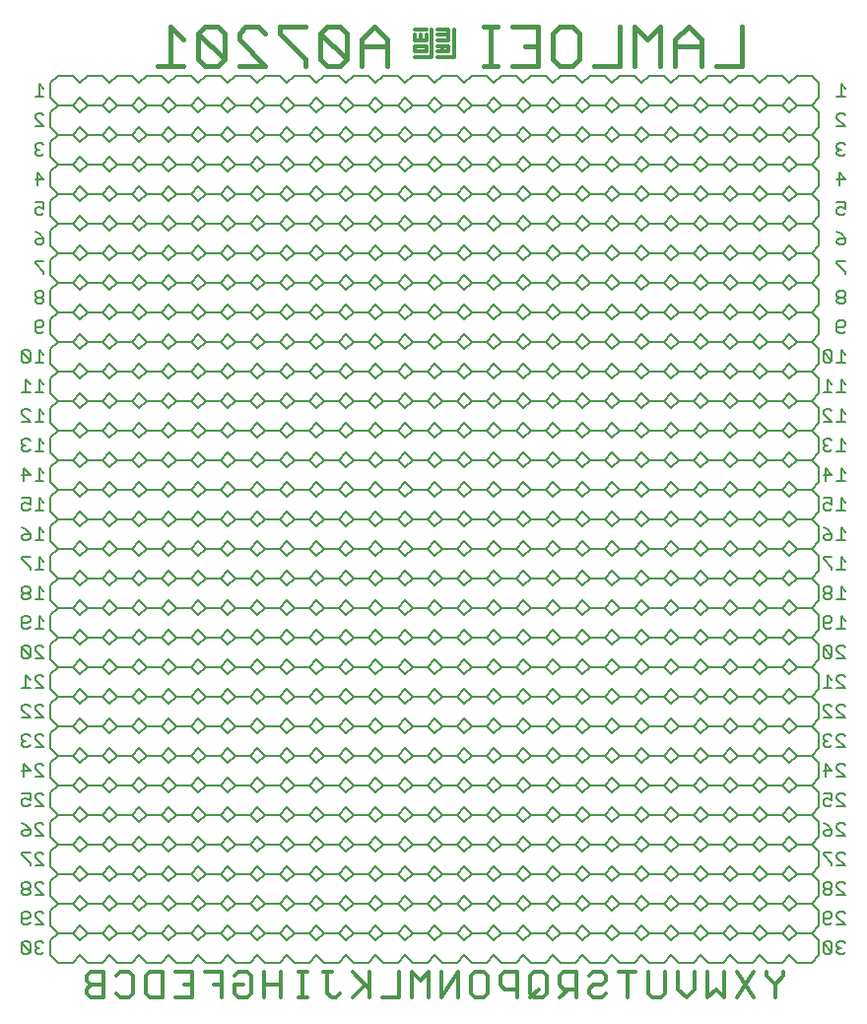
<source format=gbo>
G75*
%MOIN*%
%OFA0B0*%
%FSLAX25Y25*%
%IPPOS*%
%LPD*%
%AMOC8*
5,1,8,0,0,1.08239X$1,22.5*
%
%ADD10C,0.01800*%
%ADD11C,0.00600*%
%ADD12C,0.01200*%
%ADD13C,0.00800*%
D10*
X0049983Y0352050D02*
X0058791Y0352050D01*
X0054387Y0352050D02*
X0054387Y0365262D01*
X0058791Y0360858D01*
X0063795Y0363060D02*
X0063795Y0354252D01*
X0065997Y0352050D01*
X0070400Y0352050D01*
X0072602Y0354252D01*
X0063795Y0363060D01*
X0065997Y0365262D01*
X0070400Y0365262D01*
X0072602Y0363060D01*
X0072602Y0354252D01*
X0077607Y0352050D02*
X0086414Y0352050D01*
X0077607Y0360858D01*
X0077607Y0363060D01*
X0079808Y0365262D01*
X0084212Y0365262D01*
X0086414Y0363060D01*
X0091418Y0363060D02*
X0100226Y0354252D01*
X0100226Y0352050D01*
X0105230Y0354252D02*
X0107432Y0352050D01*
X0111836Y0352050D01*
X0114038Y0354252D01*
X0105230Y0363060D01*
X0105230Y0354252D01*
X0105230Y0363060D02*
X0107432Y0365262D01*
X0111836Y0365262D01*
X0114038Y0363060D01*
X0114038Y0354252D01*
X0119042Y0352050D02*
X0119042Y0360858D01*
X0123446Y0365262D01*
X0127850Y0360858D01*
X0127850Y0352050D01*
X0127850Y0358656D02*
X0119042Y0358656D01*
X0100226Y0365262D02*
X0091418Y0365262D01*
X0091418Y0363060D01*
X0160575Y0365262D02*
X0164979Y0365262D01*
X0162777Y0365262D02*
X0162777Y0352050D01*
X0164979Y0352050D02*
X0160575Y0352050D01*
X0169983Y0352050D02*
X0178791Y0352050D01*
X0178791Y0365262D01*
X0169983Y0365262D01*
X0174387Y0358656D02*
X0178791Y0358656D01*
X0183795Y0354252D02*
X0183795Y0363060D01*
X0185997Y0365262D01*
X0190400Y0365262D01*
X0192602Y0363060D01*
X0192602Y0354252D01*
X0190400Y0352050D01*
X0185997Y0352050D01*
X0183795Y0354252D01*
X0197607Y0352050D02*
X0206414Y0352050D01*
X0206414Y0365262D01*
X0211418Y0365262D02*
X0211418Y0352050D01*
X0215822Y0360858D02*
X0211418Y0365262D01*
X0215822Y0360858D02*
X0220226Y0365262D01*
X0220226Y0352050D01*
X0225230Y0352050D02*
X0225230Y0360858D01*
X0229634Y0365262D01*
X0234038Y0360858D01*
X0234038Y0352050D01*
X0239042Y0352050D02*
X0247850Y0352050D01*
X0247850Y0365262D01*
X0234038Y0358656D02*
X0225230Y0358656D01*
D11*
X0279889Y0341450D02*
X0282825Y0341450D01*
X0281357Y0341450D02*
X0281357Y0345854D01*
X0282825Y0344386D01*
X0282091Y0335854D02*
X0280623Y0335854D01*
X0279889Y0335120D01*
X0279889Y0334386D01*
X0282825Y0331450D01*
X0279889Y0331450D01*
X0282825Y0335120D02*
X0282091Y0335854D01*
X0282091Y0325854D02*
X0280623Y0325854D01*
X0279889Y0325120D01*
X0279889Y0324386D01*
X0280623Y0323652D01*
X0279889Y0322918D01*
X0279889Y0322184D01*
X0280623Y0321450D01*
X0282091Y0321450D01*
X0282825Y0322184D01*
X0281357Y0323652D02*
X0280623Y0323652D01*
X0282825Y0325120D02*
X0282091Y0325854D01*
X0280623Y0315854D02*
X0282825Y0313652D01*
X0279889Y0313652D01*
X0280623Y0311450D02*
X0280623Y0315854D01*
X0279889Y0305854D02*
X0282825Y0305854D01*
X0282825Y0303652D01*
X0281357Y0304386D01*
X0280623Y0304386D01*
X0279889Y0303652D01*
X0279889Y0302184D01*
X0280623Y0301450D01*
X0282091Y0301450D01*
X0282825Y0302184D01*
X0279889Y0295854D02*
X0281357Y0295120D01*
X0282825Y0293652D01*
X0280623Y0293652D01*
X0279889Y0292918D01*
X0279889Y0292184D01*
X0280623Y0291450D01*
X0282091Y0291450D01*
X0282825Y0292184D01*
X0282825Y0293652D01*
X0282825Y0285854D02*
X0279889Y0285854D01*
X0279889Y0285120D01*
X0282825Y0282184D01*
X0282825Y0281450D01*
X0282091Y0275854D02*
X0280623Y0275854D01*
X0279889Y0275120D01*
X0279889Y0274386D01*
X0280623Y0273652D01*
X0282091Y0273652D01*
X0282825Y0274386D01*
X0282825Y0275120D01*
X0282091Y0275854D01*
X0282091Y0273652D02*
X0282825Y0272918D01*
X0282825Y0272184D01*
X0282091Y0271450D01*
X0280623Y0271450D01*
X0279889Y0272184D01*
X0279889Y0272918D01*
X0280623Y0273652D01*
X0280623Y0265854D02*
X0282091Y0265854D01*
X0282825Y0265120D01*
X0282825Y0264386D01*
X0282091Y0263652D01*
X0279889Y0263652D01*
X0279889Y0262184D02*
X0279889Y0265120D01*
X0280623Y0265854D01*
X0279889Y0262184D02*
X0280623Y0261450D01*
X0282091Y0261450D01*
X0282825Y0262184D01*
X0281357Y0255854D02*
X0281357Y0251450D01*
X0282825Y0251450D02*
X0279889Y0251450D01*
X0278221Y0252184D02*
X0278221Y0255120D01*
X0277487Y0255854D01*
X0276019Y0255854D01*
X0275285Y0255120D01*
X0278221Y0252184D01*
X0277487Y0251450D01*
X0276019Y0251450D01*
X0275285Y0252184D01*
X0275285Y0255120D01*
X0281357Y0255854D02*
X0282825Y0254386D01*
X0281357Y0245854D02*
X0281357Y0241450D01*
X0282825Y0241450D02*
X0279889Y0241450D01*
X0278221Y0241450D02*
X0275285Y0241450D01*
X0276753Y0241450D02*
X0276753Y0245854D01*
X0278221Y0244386D01*
X0281357Y0245854D02*
X0282825Y0244386D01*
X0281357Y0235854D02*
X0281357Y0231450D01*
X0282825Y0231450D02*
X0279889Y0231450D01*
X0278221Y0231450D02*
X0275285Y0234386D01*
X0275285Y0235120D01*
X0276019Y0235854D01*
X0277487Y0235854D01*
X0278221Y0235120D01*
X0281357Y0235854D02*
X0282825Y0234386D01*
X0278221Y0231450D02*
X0275285Y0231450D01*
X0276019Y0225854D02*
X0275285Y0225120D01*
X0275285Y0224386D01*
X0276019Y0223652D01*
X0275285Y0222918D01*
X0275285Y0222184D01*
X0276019Y0221450D01*
X0277487Y0221450D01*
X0278221Y0222184D01*
X0279889Y0221450D02*
X0282825Y0221450D01*
X0281357Y0221450D02*
X0281357Y0225854D01*
X0282825Y0224386D01*
X0278221Y0225120D02*
X0277487Y0225854D01*
X0276019Y0225854D01*
X0276019Y0223652D02*
X0276753Y0223652D01*
X0276019Y0215854D02*
X0278221Y0213652D01*
X0275285Y0213652D01*
X0276019Y0211450D02*
X0276019Y0215854D01*
X0281357Y0215854D02*
X0281357Y0211450D01*
X0282825Y0211450D02*
X0279889Y0211450D01*
X0282825Y0214386D02*
X0281357Y0215854D01*
X0281357Y0205854D02*
X0281357Y0201450D01*
X0282825Y0201450D02*
X0279889Y0201450D01*
X0278221Y0202184D02*
X0277487Y0201450D01*
X0276019Y0201450D01*
X0275285Y0202184D01*
X0275285Y0203652D01*
X0276019Y0204386D01*
X0276753Y0204386D01*
X0278221Y0203652D01*
X0278221Y0205854D01*
X0275285Y0205854D01*
X0281357Y0205854D02*
X0282825Y0204386D01*
X0281357Y0195854D02*
X0281357Y0191450D01*
X0282825Y0191450D02*
X0279889Y0191450D01*
X0278221Y0192184D02*
X0277487Y0191450D01*
X0276019Y0191450D01*
X0275285Y0192184D01*
X0275285Y0192918D01*
X0276019Y0193652D01*
X0278221Y0193652D01*
X0278221Y0192184D01*
X0278221Y0193652D02*
X0276753Y0195120D01*
X0275285Y0195854D01*
X0281357Y0195854D02*
X0282825Y0194386D01*
X0281357Y0185854D02*
X0281357Y0181450D01*
X0282825Y0181450D02*
X0279889Y0181450D01*
X0278221Y0181450D02*
X0278221Y0182184D01*
X0275285Y0185120D01*
X0275285Y0185854D01*
X0278221Y0185854D01*
X0281357Y0185854D02*
X0282825Y0184386D01*
X0281357Y0175854D02*
X0281357Y0171450D01*
X0282825Y0171450D02*
X0279889Y0171450D01*
X0278221Y0172184D02*
X0278221Y0172918D01*
X0277487Y0173652D01*
X0276019Y0173652D01*
X0275285Y0172918D01*
X0275285Y0172184D01*
X0276019Y0171450D01*
X0277487Y0171450D01*
X0278221Y0172184D01*
X0277487Y0173652D02*
X0278221Y0174386D01*
X0278221Y0175120D01*
X0277487Y0175854D01*
X0276019Y0175854D01*
X0275285Y0175120D01*
X0275285Y0174386D01*
X0276019Y0173652D01*
X0281357Y0175854D02*
X0282825Y0174386D01*
X0281357Y0165854D02*
X0281357Y0161450D01*
X0282825Y0161450D02*
X0279889Y0161450D01*
X0278221Y0162184D02*
X0277487Y0161450D01*
X0276019Y0161450D01*
X0275285Y0162184D01*
X0275285Y0165120D01*
X0276019Y0165854D01*
X0277487Y0165854D01*
X0278221Y0165120D01*
X0278221Y0164386D01*
X0277487Y0163652D01*
X0275285Y0163652D01*
X0281357Y0165854D02*
X0282825Y0164386D01*
X0282091Y0155854D02*
X0280623Y0155854D01*
X0279889Y0155120D01*
X0279889Y0154386D01*
X0282825Y0151450D01*
X0279889Y0151450D01*
X0278221Y0152184D02*
X0278221Y0155120D01*
X0277487Y0155854D01*
X0276019Y0155854D01*
X0275285Y0155120D01*
X0278221Y0152184D01*
X0277487Y0151450D01*
X0276019Y0151450D01*
X0275285Y0152184D01*
X0275285Y0155120D01*
X0282091Y0155854D02*
X0282825Y0155120D01*
X0282091Y0145854D02*
X0280623Y0145854D01*
X0279889Y0145120D01*
X0279889Y0144386D01*
X0282825Y0141450D01*
X0279889Y0141450D01*
X0278221Y0141450D02*
X0275285Y0141450D01*
X0276753Y0141450D02*
X0276753Y0145854D01*
X0278221Y0144386D01*
X0282091Y0145854D02*
X0282825Y0145120D01*
X0282091Y0135854D02*
X0280623Y0135854D01*
X0279889Y0135120D01*
X0279889Y0134386D01*
X0282825Y0131450D01*
X0279889Y0131450D01*
X0278221Y0131450D02*
X0275285Y0134386D01*
X0275285Y0135120D01*
X0276019Y0135854D01*
X0277487Y0135854D01*
X0278221Y0135120D01*
X0278221Y0131450D02*
X0275285Y0131450D01*
X0276019Y0125854D02*
X0275285Y0125120D01*
X0275285Y0124386D01*
X0276019Y0123652D01*
X0275285Y0122918D01*
X0275285Y0122184D01*
X0276019Y0121450D01*
X0277487Y0121450D01*
X0278221Y0122184D01*
X0279889Y0121450D02*
X0282825Y0121450D01*
X0279889Y0124386D01*
X0279889Y0125120D01*
X0280623Y0125854D01*
X0282091Y0125854D01*
X0282825Y0125120D01*
X0278221Y0125120D02*
X0277487Y0125854D01*
X0276019Y0125854D01*
X0276019Y0123652D02*
X0276753Y0123652D01*
X0276019Y0115854D02*
X0278221Y0113652D01*
X0275285Y0113652D01*
X0276019Y0111450D02*
X0276019Y0115854D01*
X0279889Y0115120D02*
X0280623Y0115854D01*
X0282091Y0115854D01*
X0282825Y0115120D01*
X0279889Y0115120D02*
X0279889Y0114386D01*
X0282825Y0111450D01*
X0279889Y0111450D01*
X0280623Y0105854D02*
X0282091Y0105854D01*
X0282825Y0105120D01*
X0280623Y0105854D02*
X0279889Y0105120D01*
X0279889Y0104386D01*
X0282825Y0101450D01*
X0279889Y0101450D01*
X0278221Y0102184D02*
X0277487Y0101450D01*
X0276019Y0101450D01*
X0275285Y0102184D01*
X0275285Y0103652D01*
X0276019Y0104386D01*
X0276753Y0104386D01*
X0278221Y0103652D01*
X0278221Y0105854D01*
X0275285Y0105854D01*
X0275285Y0095854D02*
X0276753Y0095120D01*
X0278221Y0093652D01*
X0276019Y0093652D01*
X0275285Y0092918D01*
X0275285Y0092184D01*
X0276019Y0091450D01*
X0277487Y0091450D01*
X0278221Y0092184D01*
X0278221Y0093652D01*
X0279889Y0094386D02*
X0279889Y0095120D01*
X0280623Y0095854D01*
X0282091Y0095854D01*
X0282825Y0095120D01*
X0279889Y0094386D02*
X0282825Y0091450D01*
X0279889Y0091450D01*
X0280623Y0085854D02*
X0282091Y0085854D01*
X0282825Y0085120D01*
X0280623Y0085854D02*
X0279889Y0085120D01*
X0279889Y0084386D01*
X0282825Y0081450D01*
X0279889Y0081450D01*
X0278221Y0081450D02*
X0278221Y0082184D01*
X0275285Y0085120D01*
X0275285Y0085854D01*
X0278221Y0085854D01*
X0277487Y0075854D02*
X0276019Y0075854D01*
X0275285Y0075120D01*
X0275285Y0074386D01*
X0276019Y0073652D01*
X0277487Y0073652D01*
X0278221Y0074386D01*
X0278221Y0075120D01*
X0277487Y0075854D01*
X0277487Y0073652D02*
X0278221Y0072918D01*
X0278221Y0072184D01*
X0277487Y0071450D01*
X0276019Y0071450D01*
X0275285Y0072184D01*
X0275285Y0072918D01*
X0276019Y0073652D01*
X0279889Y0074386D02*
X0279889Y0075120D01*
X0280623Y0075854D01*
X0282091Y0075854D01*
X0282825Y0075120D01*
X0279889Y0074386D02*
X0282825Y0071450D01*
X0279889Y0071450D01*
X0280623Y0065854D02*
X0282091Y0065854D01*
X0282825Y0065120D01*
X0280623Y0065854D02*
X0279889Y0065120D01*
X0279889Y0064386D01*
X0282825Y0061450D01*
X0279889Y0061450D01*
X0278221Y0062184D02*
X0277487Y0061450D01*
X0276019Y0061450D01*
X0275285Y0062184D01*
X0275285Y0065120D01*
X0276019Y0065854D01*
X0277487Y0065854D01*
X0278221Y0065120D01*
X0278221Y0064386D01*
X0277487Y0063652D01*
X0275285Y0063652D01*
X0276019Y0055854D02*
X0275285Y0055120D01*
X0278221Y0052184D01*
X0277487Y0051450D01*
X0276019Y0051450D01*
X0275285Y0052184D01*
X0275285Y0055120D01*
X0276019Y0055854D02*
X0277487Y0055854D01*
X0278221Y0055120D01*
X0278221Y0052184D01*
X0279889Y0052184D02*
X0280623Y0051450D01*
X0282091Y0051450D01*
X0282825Y0052184D01*
X0281357Y0053652D02*
X0280623Y0053652D01*
X0279889Y0052918D01*
X0279889Y0052184D01*
X0280623Y0053652D02*
X0279889Y0054386D01*
X0279889Y0055120D01*
X0280623Y0055854D01*
X0282091Y0055854D01*
X0282825Y0055120D01*
X0282825Y0135120D02*
X0282091Y0135854D01*
X0011575Y0135120D02*
X0010841Y0135854D01*
X0009373Y0135854D01*
X0008639Y0135120D01*
X0008639Y0134386D01*
X0011575Y0131450D01*
X0008639Y0131450D01*
X0006971Y0131450D02*
X0004035Y0134386D01*
X0004035Y0135120D01*
X0004769Y0135854D01*
X0006237Y0135854D01*
X0006971Y0135120D01*
X0006971Y0131450D02*
X0004035Y0131450D01*
X0004769Y0125854D02*
X0004035Y0125120D01*
X0004035Y0124386D01*
X0004769Y0123652D01*
X0004035Y0122918D01*
X0004035Y0122184D01*
X0004769Y0121450D01*
X0006237Y0121450D01*
X0006971Y0122184D01*
X0008639Y0121450D02*
X0011575Y0121450D01*
X0008639Y0124386D01*
X0008639Y0125120D01*
X0009373Y0125854D01*
X0010841Y0125854D01*
X0011575Y0125120D01*
X0006971Y0125120D02*
X0006237Y0125854D01*
X0004769Y0125854D01*
X0004769Y0123652D02*
X0005503Y0123652D01*
X0004769Y0115854D02*
X0006971Y0113652D01*
X0004035Y0113652D01*
X0004769Y0111450D02*
X0004769Y0115854D01*
X0008639Y0115120D02*
X0009373Y0115854D01*
X0010841Y0115854D01*
X0011575Y0115120D01*
X0008639Y0115120D02*
X0008639Y0114386D01*
X0011575Y0111450D01*
X0008639Y0111450D01*
X0009373Y0105854D02*
X0010841Y0105854D01*
X0011575Y0105120D01*
X0009373Y0105854D02*
X0008639Y0105120D01*
X0008639Y0104386D01*
X0011575Y0101450D01*
X0008639Y0101450D01*
X0006971Y0102184D02*
X0006237Y0101450D01*
X0004769Y0101450D01*
X0004035Y0102184D01*
X0004035Y0103652D01*
X0004769Y0104386D01*
X0005503Y0104386D01*
X0006971Y0103652D01*
X0006971Y0105854D01*
X0004035Y0105854D01*
X0004035Y0095854D02*
X0005503Y0095120D01*
X0006971Y0093652D01*
X0004769Y0093652D01*
X0004035Y0092918D01*
X0004035Y0092184D01*
X0004769Y0091450D01*
X0006237Y0091450D01*
X0006971Y0092184D01*
X0006971Y0093652D01*
X0008639Y0094386D02*
X0008639Y0095120D01*
X0009373Y0095854D01*
X0010841Y0095854D01*
X0011575Y0095120D01*
X0008639Y0094386D02*
X0011575Y0091450D01*
X0008639Y0091450D01*
X0009373Y0085854D02*
X0010841Y0085854D01*
X0011575Y0085120D01*
X0009373Y0085854D02*
X0008639Y0085120D01*
X0008639Y0084386D01*
X0011575Y0081450D01*
X0008639Y0081450D01*
X0006971Y0081450D02*
X0006971Y0082184D01*
X0004035Y0085120D01*
X0004035Y0085854D01*
X0006971Y0085854D01*
X0006237Y0075854D02*
X0004769Y0075854D01*
X0004035Y0075120D01*
X0004035Y0074386D01*
X0004769Y0073652D01*
X0006237Y0073652D01*
X0006971Y0074386D01*
X0006971Y0075120D01*
X0006237Y0075854D01*
X0006237Y0073652D02*
X0006971Y0072918D01*
X0006971Y0072184D01*
X0006237Y0071450D01*
X0004769Y0071450D01*
X0004035Y0072184D01*
X0004035Y0072918D01*
X0004769Y0073652D01*
X0008639Y0074386D02*
X0008639Y0075120D01*
X0009373Y0075854D01*
X0010841Y0075854D01*
X0011575Y0075120D01*
X0008639Y0074386D02*
X0011575Y0071450D01*
X0008639Y0071450D01*
X0009373Y0065854D02*
X0010841Y0065854D01*
X0011575Y0065120D01*
X0009373Y0065854D02*
X0008639Y0065120D01*
X0008639Y0064386D01*
X0011575Y0061450D01*
X0008639Y0061450D01*
X0006971Y0062184D02*
X0006237Y0061450D01*
X0004769Y0061450D01*
X0004035Y0062184D01*
X0004035Y0065120D01*
X0004769Y0065854D01*
X0006237Y0065854D01*
X0006971Y0065120D01*
X0006971Y0064386D01*
X0006237Y0063652D01*
X0004035Y0063652D01*
X0004769Y0055854D02*
X0004035Y0055120D01*
X0006971Y0052184D01*
X0006237Y0051450D01*
X0004769Y0051450D01*
X0004035Y0052184D01*
X0004035Y0055120D01*
X0004769Y0055854D02*
X0006237Y0055854D01*
X0006971Y0055120D01*
X0006971Y0052184D01*
X0008639Y0052184D02*
X0009373Y0051450D01*
X0010841Y0051450D01*
X0011575Y0052184D01*
X0010107Y0053652D02*
X0009373Y0053652D01*
X0008639Y0052918D01*
X0008639Y0052184D01*
X0009373Y0053652D02*
X0008639Y0054386D01*
X0008639Y0055120D01*
X0009373Y0055854D01*
X0010841Y0055854D01*
X0011575Y0055120D01*
X0011575Y0141450D02*
X0008639Y0141450D01*
X0006971Y0141450D02*
X0004035Y0141450D01*
X0005503Y0141450D02*
X0005503Y0145854D01*
X0006971Y0144386D01*
X0008639Y0144386D02*
X0008639Y0145120D01*
X0009373Y0145854D01*
X0010841Y0145854D01*
X0011575Y0145120D01*
X0008639Y0144386D02*
X0011575Y0141450D01*
X0011575Y0151450D02*
X0008639Y0154386D01*
X0008639Y0155120D01*
X0009373Y0155854D01*
X0010841Y0155854D01*
X0011575Y0155120D01*
X0011575Y0151450D02*
X0008639Y0151450D01*
X0006971Y0152184D02*
X0006971Y0155120D01*
X0006237Y0155854D01*
X0004769Y0155854D01*
X0004035Y0155120D01*
X0006971Y0152184D01*
X0006237Y0151450D01*
X0004769Y0151450D01*
X0004035Y0152184D01*
X0004035Y0155120D01*
X0004769Y0161450D02*
X0004035Y0162184D01*
X0004035Y0165120D01*
X0004769Y0165854D01*
X0006237Y0165854D01*
X0006971Y0165120D01*
X0006971Y0164386D01*
X0006237Y0163652D01*
X0004035Y0163652D01*
X0004769Y0161450D02*
X0006237Y0161450D01*
X0006971Y0162184D01*
X0008639Y0161450D02*
X0011575Y0161450D01*
X0010107Y0161450D02*
X0010107Y0165854D01*
X0011575Y0164386D01*
X0011575Y0171450D02*
X0008639Y0171450D01*
X0010107Y0171450D02*
X0010107Y0175854D01*
X0011575Y0174386D01*
X0006971Y0174386D02*
X0006971Y0175120D01*
X0006237Y0175854D01*
X0004769Y0175854D01*
X0004035Y0175120D01*
X0004035Y0174386D01*
X0004769Y0173652D01*
X0006237Y0173652D01*
X0006971Y0174386D01*
X0006237Y0173652D02*
X0006971Y0172918D01*
X0006971Y0172184D01*
X0006237Y0171450D01*
X0004769Y0171450D01*
X0004035Y0172184D01*
X0004035Y0172918D01*
X0004769Y0173652D01*
X0006971Y0181450D02*
X0006971Y0182184D01*
X0004035Y0185120D01*
X0004035Y0185854D01*
X0006971Y0185854D01*
X0010107Y0185854D02*
X0010107Y0181450D01*
X0011575Y0181450D02*
X0008639Y0181450D01*
X0011575Y0184386D02*
X0010107Y0185854D01*
X0010107Y0191450D02*
X0010107Y0195854D01*
X0011575Y0194386D01*
X0011575Y0191450D02*
X0008639Y0191450D01*
X0006971Y0192184D02*
X0006237Y0191450D01*
X0004769Y0191450D01*
X0004035Y0192184D01*
X0004035Y0192918D01*
X0004769Y0193652D01*
X0006971Y0193652D01*
X0006971Y0192184D01*
X0006971Y0193652D02*
X0005503Y0195120D01*
X0004035Y0195854D01*
X0004769Y0201450D02*
X0006237Y0201450D01*
X0006971Y0202184D01*
X0006971Y0203652D02*
X0005503Y0204386D01*
X0004769Y0204386D01*
X0004035Y0203652D01*
X0004035Y0202184D01*
X0004769Y0201450D01*
X0006971Y0203652D02*
X0006971Y0205854D01*
X0004035Y0205854D01*
X0004769Y0211450D02*
X0004769Y0215854D01*
X0006971Y0213652D01*
X0004035Y0213652D01*
X0008639Y0211450D02*
X0011575Y0211450D01*
X0010107Y0211450D02*
X0010107Y0215854D01*
X0011575Y0214386D01*
X0011575Y0221450D02*
X0008639Y0221450D01*
X0010107Y0221450D02*
X0010107Y0225854D01*
X0011575Y0224386D01*
X0006971Y0225120D02*
X0006237Y0225854D01*
X0004769Y0225854D01*
X0004035Y0225120D01*
X0004035Y0224386D01*
X0004769Y0223652D01*
X0004035Y0222918D01*
X0004035Y0222184D01*
X0004769Y0221450D01*
X0006237Y0221450D01*
X0006971Y0222184D01*
X0005503Y0223652D02*
X0004769Y0223652D01*
X0004035Y0231450D02*
X0006971Y0231450D01*
X0004035Y0234386D01*
X0004035Y0235120D01*
X0004769Y0235854D01*
X0006237Y0235854D01*
X0006971Y0235120D01*
X0010107Y0235854D02*
X0010107Y0231450D01*
X0011575Y0231450D02*
X0008639Y0231450D01*
X0011575Y0234386D02*
X0010107Y0235854D01*
X0010107Y0241450D02*
X0010107Y0245854D01*
X0011575Y0244386D01*
X0011575Y0241450D02*
X0008639Y0241450D01*
X0006971Y0241450D02*
X0004035Y0241450D01*
X0005503Y0241450D02*
X0005503Y0245854D01*
X0006971Y0244386D01*
X0006237Y0251450D02*
X0004769Y0251450D01*
X0004035Y0252184D01*
X0004035Y0255120D01*
X0006971Y0252184D01*
X0006237Y0251450D01*
X0006971Y0252184D02*
X0006971Y0255120D01*
X0006237Y0255854D01*
X0004769Y0255854D01*
X0004035Y0255120D01*
X0008639Y0251450D02*
X0011575Y0251450D01*
X0010107Y0251450D02*
X0010107Y0255854D01*
X0011575Y0254386D01*
X0010841Y0261450D02*
X0009373Y0261450D01*
X0008639Y0262184D01*
X0008639Y0265120D01*
X0009373Y0265854D01*
X0010841Y0265854D01*
X0011575Y0265120D01*
X0011575Y0264386D01*
X0010841Y0263652D01*
X0008639Y0263652D01*
X0010841Y0261450D02*
X0011575Y0262184D01*
X0010841Y0271450D02*
X0011575Y0272184D01*
X0011575Y0272918D01*
X0010841Y0273652D01*
X0009373Y0273652D01*
X0008639Y0272918D01*
X0008639Y0272184D01*
X0009373Y0271450D01*
X0010841Y0271450D01*
X0010841Y0273652D02*
X0011575Y0274386D01*
X0011575Y0275120D01*
X0010841Y0275854D01*
X0009373Y0275854D01*
X0008639Y0275120D01*
X0008639Y0274386D01*
X0009373Y0273652D01*
X0011575Y0281450D02*
X0011575Y0282184D01*
X0008639Y0285120D01*
X0008639Y0285854D01*
X0011575Y0285854D01*
X0010841Y0291450D02*
X0009373Y0291450D01*
X0008639Y0292184D01*
X0008639Y0292918D01*
X0009373Y0293652D01*
X0011575Y0293652D01*
X0011575Y0292184D01*
X0010841Y0291450D01*
X0011575Y0293652D02*
X0010107Y0295120D01*
X0008639Y0295854D01*
X0009373Y0301450D02*
X0010841Y0301450D01*
X0011575Y0302184D01*
X0011575Y0303652D02*
X0010107Y0304386D01*
X0009373Y0304386D01*
X0008639Y0303652D01*
X0008639Y0302184D01*
X0009373Y0301450D01*
X0011575Y0303652D02*
X0011575Y0305854D01*
X0008639Y0305854D01*
X0009373Y0311450D02*
X0009373Y0315854D01*
X0011575Y0313652D01*
X0008639Y0313652D01*
X0009373Y0321450D02*
X0010841Y0321450D01*
X0011575Y0322184D01*
X0010107Y0323652D02*
X0009373Y0323652D01*
X0008639Y0322918D01*
X0008639Y0322184D01*
X0009373Y0321450D01*
X0009373Y0323652D02*
X0008639Y0324386D01*
X0008639Y0325120D01*
X0009373Y0325854D01*
X0010841Y0325854D01*
X0011575Y0325120D01*
X0011575Y0331450D02*
X0008639Y0331450D01*
X0011575Y0331450D02*
X0008639Y0334386D01*
X0008639Y0335120D01*
X0009373Y0335854D01*
X0010841Y0335854D01*
X0011575Y0335120D01*
X0011575Y0341450D02*
X0008639Y0341450D01*
X0010107Y0341450D02*
X0010107Y0345854D01*
X0011575Y0344386D01*
X0010107Y0205854D02*
X0010107Y0201450D01*
X0011575Y0201450D02*
X0008639Y0201450D01*
X0011575Y0204386D02*
X0010107Y0205854D01*
D12*
X0027496Y0036750D02*
X0031900Y0036750D01*
X0031900Y0045558D01*
X0027496Y0045558D01*
X0026028Y0044090D01*
X0026028Y0042622D01*
X0027496Y0041154D01*
X0031900Y0041154D01*
X0036028Y0038218D02*
X0037496Y0036750D01*
X0040432Y0036750D01*
X0041900Y0038218D01*
X0041900Y0044090D01*
X0040432Y0045558D01*
X0037496Y0045558D01*
X0036028Y0044090D01*
X0027496Y0041154D02*
X0026028Y0039686D01*
X0026028Y0038218D01*
X0027496Y0036750D01*
X0046028Y0038218D02*
X0046028Y0044090D01*
X0047496Y0045558D01*
X0051900Y0045558D01*
X0051900Y0036750D01*
X0047496Y0036750D01*
X0046028Y0038218D01*
X0056028Y0036750D02*
X0061900Y0036750D01*
X0061900Y0045558D01*
X0056028Y0045558D01*
X0058964Y0041154D02*
X0061900Y0041154D01*
X0066028Y0045558D02*
X0071900Y0045558D01*
X0071900Y0036750D01*
X0076028Y0038218D02*
X0076028Y0041154D01*
X0078964Y0041154D01*
X0081900Y0038218D02*
X0080432Y0036750D01*
X0077496Y0036750D01*
X0076028Y0038218D01*
X0071900Y0041154D02*
X0068964Y0041154D01*
X0076028Y0044090D02*
X0077496Y0045558D01*
X0080432Y0045558D01*
X0081900Y0044090D01*
X0081900Y0038218D01*
X0086028Y0036750D02*
X0086028Y0045558D01*
X0086028Y0041154D02*
X0091900Y0041154D01*
X0091900Y0036750D02*
X0091900Y0045558D01*
X0097714Y0045558D02*
X0100650Y0045558D01*
X0099182Y0045558D02*
X0099182Y0036750D01*
X0100650Y0036750D02*
X0097714Y0036750D01*
X0106028Y0045558D02*
X0108964Y0045558D01*
X0107496Y0045558D02*
X0107496Y0038218D01*
X0108964Y0036750D01*
X0110432Y0036750D01*
X0111900Y0038218D01*
X0116028Y0036750D02*
X0120432Y0041154D01*
X0121900Y0039686D02*
X0116028Y0045558D01*
X0121900Y0045558D02*
X0121900Y0036750D01*
X0126028Y0036750D02*
X0131900Y0036750D01*
X0131900Y0045558D01*
X0136028Y0045558D02*
X0136028Y0036750D01*
X0138964Y0042622D02*
X0136028Y0045558D01*
X0138964Y0042622D02*
X0141900Y0045558D01*
X0141900Y0036750D01*
X0146028Y0036750D02*
X0146028Y0045558D01*
X0151900Y0045558D02*
X0146028Y0036750D01*
X0151900Y0036750D02*
X0151900Y0045558D01*
X0156028Y0044090D02*
X0156028Y0038218D01*
X0157496Y0036750D01*
X0160432Y0036750D01*
X0161900Y0038218D01*
X0161900Y0044090D01*
X0160432Y0045558D01*
X0157496Y0045558D01*
X0156028Y0044090D01*
X0166028Y0044090D02*
X0166028Y0041154D01*
X0167496Y0039686D01*
X0171900Y0039686D01*
X0171900Y0036750D02*
X0171900Y0045558D01*
X0167496Y0045558D01*
X0166028Y0044090D01*
X0176028Y0044090D02*
X0176028Y0038218D01*
X0177496Y0036750D01*
X0180432Y0036750D01*
X0181900Y0038218D01*
X0181900Y0044090D01*
X0180432Y0045558D01*
X0177496Y0045558D01*
X0176028Y0044090D01*
X0178964Y0039686D02*
X0176028Y0036750D01*
X0186028Y0036750D02*
X0188964Y0039686D01*
X0187496Y0039686D02*
X0191900Y0039686D01*
X0191900Y0036750D02*
X0191900Y0045558D01*
X0187496Y0045558D01*
X0186028Y0044090D01*
X0186028Y0041154D01*
X0187496Y0039686D01*
X0196028Y0039686D02*
X0196028Y0038218D01*
X0197496Y0036750D01*
X0200432Y0036750D01*
X0201900Y0038218D01*
X0200432Y0041154D02*
X0197496Y0041154D01*
X0196028Y0039686D01*
X0200432Y0041154D02*
X0201900Y0042622D01*
X0201900Y0044090D01*
X0200432Y0045558D01*
X0197496Y0045558D01*
X0196028Y0044090D01*
X0206028Y0045558D02*
X0211900Y0045558D01*
X0208964Y0045558D02*
X0208964Y0036750D01*
X0216028Y0038218D02*
X0216028Y0045558D01*
X0221900Y0045558D02*
X0221900Y0038218D01*
X0220432Y0036750D01*
X0217496Y0036750D01*
X0216028Y0038218D01*
X0226028Y0039686D02*
X0226028Y0045558D01*
X0231900Y0045558D02*
X0231900Y0039686D01*
X0228964Y0036750D01*
X0226028Y0039686D01*
X0236028Y0036750D02*
X0236028Y0045558D01*
X0241900Y0045558D02*
X0241900Y0036750D01*
X0238964Y0039686D01*
X0236028Y0036750D01*
X0246028Y0036750D02*
X0251900Y0045558D01*
X0256028Y0045558D02*
X0256028Y0044090D01*
X0258964Y0041154D01*
X0258964Y0036750D01*
X0258964Y0041154D02*
X0261900Y0044090D01*
X0261900Y0045558D01*
X0251900Y0036750D02*
X0246028Y0045558D01*
X0150312Y0354900D02*
X0144687Y0354900D01*
X0142812Y0354900D02*
X0137187Y0354900D01*
X0137187Y0356775D02*
X0137187Y0358650D01*
X0140937Y0358650D01*
X0140937Y0356775D01*
X0137187Y0356775D01*
X0137187Y0360525D02*
X0137187Y0362400D01*
X0137187Y0360525D02*
X0140937Y0360525D01*
X0140937Y0362400D01*
X0139062Y0362400D02*
X0139062Y0361150D01*
X0140937Y0364275D02*
X0137187Y0364275D01*
X0142812Y0364275D02*
X0142812Y0354900D01*
X0144687Y0356775D02*
X0146562Y0356775D01*
X0146562Y0358650D01*
X0144687Y0358650D01*
X0146562Y0358650D02*
X0148437Y0358650D01*
X0148437Y0356775D01*
X0146562Y0356775D01*
X0150312Y0354900D02*
X0150312Y0364275D01*
X0148437Y0364275D02*
X0144687Y0364275D01*
X0144687Y0362400D02*
X0148437Y0362400D01*
X0148437Y0364275D01*
X0148437Y0362400D02*
X0148437Y0360525D01*
X0144687Y0360525D01*
D13*
X0146250Y0348650D02*
X0143750Y0346150D01*
X0141250Y0348650D01*
X0136250Y0348650D01*
X0133750Y0346150D01*
X0131250Y0348650D01*
X0126250Y0348650D01*
X0123750Y0346150D01*
X0121250Y0348650D01*
X0116250Y0348650D01*
X0113750Y0346150D01*
X0111250Y0348650D01*
X0106250Y0348650D01*
X0103750Y0346150D01*
X0101250Y0348650D01*
X0096250Y0348650D01*
X0093750Y0346150D01*
X0091250Y0348650D01*
X0086250Y0348650D01*
X0083750Y0346150D01*
X0081250Y0348650D01*
X0076250Y0348650D01*
X0073750Y0346150D01*
X0071250Y0348650D01*
X0066250Y0348650D01*
X0063750Y0346150D01*
X0061250Y0348650D01*
X0056250Y0348650D01*
X0053750Y0346150D01*
X0051250Y0348650D01*
X0046250Y0348650D01*
X0043750Y0346150D01*
X0041250Y0348650D01*
X0036250Y0348650D01*
X0033750Y0346150D01*
X0031250Y0348650D01*
X0026250Y0348650D01*
X0023750Y0346150D01*
X0021250Y0348650D01*
X0016250Y0348650D01*
X0013750Y0346150D01*
X0013750Y0341150D01*
X0016250Y0338650D01*
X0013750Y0336150D01*
X0013750Y0331150D01*
X0016250Y0328650D01*
X0013750Y0326150D01*
X0013750Y0321150D01*
X0016250Y0318650D01*
X0013750Y0316150D01*
X0013750Y0311150D01*
X0016250Y0308650D01*
X0013750Y0306150D01*
X0013750Y0301150D01*
X0016250Y0298650D01*
X0013750Y0296150D01*
X0013750Y0291150D01*
X0016250Y0288650D01*
X0013750Y0286150D01*
X0013750Y0281150D01*
X0016250Y0278650D01*
X0013750Y0276150D01*
X0013750Y0271150D01*
X0016250Y0268650D01*
X0013750Y0266150D01*
X0013750Y0261150D01*
X0016250Y0258650D01*
X0013750Y0256150D01*
X0013750Y0251150D01*
X0016250Y0248650D01*
X0013750Y0246150D01*
X0013750Y0241150D01*
X0016250Y0238650D01*
X0013750Y0236150D01*
X0013750Y0231150D01*
X0016250Y0228650D01*
X0013750Y0226150D01*
X0013750Y0221150D01*
X0016250Y0218650D01*
X0013750Y0216150D01*
X0013750Y0211150D01*
X0016250Y0208650D01*
X0013750Y0206150D01*
X0013750Y0201150D01*
X0016250Y0198650D01*
X0013750Y0196150D01*
X0013750Y0191150D01*
X0016250Y0188650D01*
X0013750Y0186150D01*
X0013750Y0181150D01*
X0016250Y0178650D01*
X0013750Y0176150D01*
X0013750Y0171150D01*
X0016250Y0168650D01*
X0013750Y0166150D01*
X0013750Y0161150D01*
X0016250Y0158650D01*
X0013750Y0156150D01*
X0013750Y0151150D01*
X0016250Y0148650D01*
X0013750Y0146150D01*
X0013750Y0141150D01*
X0016250Y0138650D01*
X0013750Y0136150D01*
X0013750Y0131150D01*
X0016250Y0128650D01*
X0013750Y0126150D01*
X0013750Y0121150D01*
X0016250Y0118650D01*
X0013750Y0116150D01*
X0013750Y0111150D01*
X0016250Y0108650D01*
X0013750Y0106150D01*
X0013750Y0101150D01*
X0016250Y0098650D01*
X0013750Y0096150D01*
X0013750Y0091150D01*
X0016250Y0088650D01*
X0013750Y0086150D01*
X0013750Y0081150D01*
X0016250Y0078650D01*
X0013750Y0076150D01*
X0013750Y0071150D01*
X0016250Y0068650D01*
X0013750Y0066150D01*
X0013750Y0061150D01*
X0016250Y0058650D01*
X0013750Y0056150D01*
X0013750Y0051150D01*
X0016250Y0048650D01*
X0021250Y0048650D01*
X0023750Y0051150D01*
X0026250Y0048650D01*
X0031250Y0048650D01*
X0033750Y0051150D01*
X0036250Y0048650D01*
X0041250Y0048650D01*
X0043750Y0051150D01*
X0046250Y0048650D01*
X0051250Y0048650D01*
X0053750Y0051150D01*
X0056250Y0048650D01*
X0061250Y0048650D01*
X0063750Y0051150D01*
X0066250Y0048650D01*
X0071250Y0048650D01*
X0073750Y0051150D01*
X0076250Y0048650D01*
X0081250Y0048650D01*
X0083750Y0051150D01*
X0086250Y0048650D01*
X0091250Y0048650D01*
X0093750Y0051150D01*
X0096250Y0048650D01*
X0101250Y0048650D01*
X0103750Y0051150D01*
X0106250Y0048650D01*
X0111250Y0048650D01*
X0113750Y0051150D01*
X0116250Y0048650D01*
X0121250Y0048650D01*
X0123750Y0051150D01*
X0126250Y0048650D01*
X0131250Y0048650D01*
X0133750Y0051150D01*
X0136250Y0048650D01*
X0141250Y0048650D01*
X0143750Y0051150D01*
X0146250Y0048650D01*
X0151250Y0048650D01*
X0153750Y0051150D01*
X0156250Y0048650D01*
X0161250Y0048650D01*
X0163750Y0051150D01*
X0166250Y0048650D01*
X0171250Y0048650D01*
X0173750Y0051150D01*
X0176250Y0048650D01*
X0181250Y0048650D01*
X0183750Y0051150D01*
X0186250Y0048650D01*
X0191250Y0048650D01*
X0193750Y0051150D01*
X0196250Y0048650D01*
X0201250Y0048650D01*
X0203750Y0051150D01*
X0206250Y0048650D01*
X0211250Y0048650D01*
X0213750Y0051150D01*
X0216250Y0048650D01*
X0221250Y0048650D01*
X0223750Y0051150D01*
X0226250Y0048650D01*
X0231250Y0048650D01*
X0233750Y0051150D01*
X0236250Y0048650D01*
X0241250Y0048650D01*
X0243750Y0051150D01*
X0246250Y0048650D01*
X0251250Y0048650D01*
X0253750Y0051150D01*
X0256250Y0048650D01*
X0261250Y0048650D01*
X0263750Y0051150D01*
X0266250Y0048650D01*
X0271250Y0048650D01*
X0273750Y0051150D01*
X0273750Y0056150D01*
X0271250Y0058650D01*
X0266250Y0058650D01*
X0263750Y0056150D01*
X0261250Y0058650D01*
X0256250Y0058650D01*
X0253750Y0056150D01*
X0251250Y0058650D01*
X0246250Y0058650D01*
X0243750Y0056150D01*
X0241250Y0058650D01*
X0236250Y0058650D01*
X0233750Y0056150D01*
X0231250Y0058650D01*
X0226250Y0058650D01*
X0223750Y0056150D01*
X0221250Y0058650D01*
X0216250Y0058650D01*
X0213750Y0056150D01*
X0211250Y0058650D01*
X0206250Y0058650D01*
X0203750Y0056150D01*
X0201250Y0058650D01*
X0196250Y0058650D01*
X0193750Y0056150D01*
X0191250Y0058650D01*
X0186250Y0058650D01*
X0183750Y0056150D01*
X0181250Y0058650D01*
X0176250Y0058650D01*
X0173750Y0056150D01*
X0171250Y0058650D01*
X0166250Y0058650D01*
X0163750Y0056150D01*
X0161250Y0058650D01*
X0156250Y0058650D01*
X0153750Y0056150D01*
X0151250Y0058650D01*
X0146250Y0058650D01*
X0143750Y0056150D01*
X0141250Y0058650D01*
X0136250Y0058650D01*
X0133750Y0056150D01*
X0131250Y0058650D01*
X0126250Y0058650D01*
X0123750Y0056150D01*
X0121250Y0058650D01*
X0116250Y0058650D01*
X0113750Y0056150D01*
X0111250Y0058650D01*
X0106250Y0058650D01*
X0103750Y0056150D01*
X0101250Y0058650D01*
X0096250Y0058650D01*
X0093750Y0056150D01*
X0091250Y0058650D01*
X0086250Y0058650D01*
X0083750Y0056150D01*
X0081250Y0058650D01*
X0076250Y0058650D01*
X0073750Y0056150D01*
X0071250Y0058650D01*
X0066250Y0058650D01*
X0063750Y0056150D01*
X0061250Y0058650D01*
X0056250Y0058650D01*
X0053750Y0056150D01*
X0051250Y0058650D01*
X0046250Y0058650D01*
X0043750Y0056150D01*
X0041250Y0058650D01*
X0036250Y0058650D01*
X0033750Y0056150D01*
X0031250Y0058650D01*
X0026250Y0058650D01*
X0023750Y0056150D01*
X0021250Y0058650D01*
X0016250Y0058650D01*
X0021250Y0058650D01*
X0023750Y0061150D01*
X0026250Y0058650D01*
X0031250Y0058650D01*
X0033750Y0061150D01*
X0036250Y0058650D01*
X0041250Y0058650D01*
X0043750Y0061150D01*
X0046250Y0058650D01*
X0051250Y0058650D01*
X0053750Y0061150D01*
X0056250Y0058650D01*
X0061250Y0058650D01*
X0063750Y0061150D01*
X0066250Y0058650D01*
X0071250Y0058650D01*
X0073750Y0061150D01*
X0076250Y0058650D01*
X0081250Y0058650D01*
X0083750Y0061150D01*
X0086250Y0058650D01*
X0091250Y0058650D01*
X0093750Y0061150D01*
X0096250Y0058650D01*
X0101250Y0058650D01*
X0103750Y0061150D01*
X0106250Y0058650D01*
X0111250Y0058650D01*
X0113750Y0061150D01*
X0116250Y0058650D01*
X0121250Y0058650D01*
X0123750Y0061150D01*
X0126250Y0058650D01*
X0131250Y0058650D01*
X0133750Y0061150D01*
X0136250Y0058650D01*
X0141250Y0058650D01*
X0143750Y0061150D01*
X0146250Y0058650D01*
X0151250Y0058650D01*
X0153750Y0061150D01*
X0156250Y0058650D01*
X0161250Y0058650D01*
X0163750Y0061150D01*
X0166250Y0058650D01*
X0171250Y0058650D01*
X0173750Y0061150D01*
X0176250Y0058650D01*
X0181250Y0058650D01*
X0183750Y0061150D01*
X0186250Y0058650D01*
X0191250Y0058650D01*
X0193750Y0061150D01*
X0196250Y0058650D01*
X0201250Y0058650D01*
X0203750Y0061150D01*
X0206250Y0058650D01*
X0211250Y0058650D01*
X0213750Y0061150D01*
X0216250Y0058650D01*
X0221250Y0058650D01*
X0223750Y0061150D01*
X0226250Y0058650D01*
X0231250Y0058650D01*
X0233750Y0061150D01*
X0236250Y0058650D01*
X0241250Y0058650D01*
X0243750Y0061150D01*
X0246250Y0058650D01*
X0251250Y0058650D01*
X0253750Y0061150D01*
X0256250Y0058650D01*
X0261250Y0058650D01*
X0263750Y0061150D01*
X0266250Y0058650D01*
X0271250Y0058650D01*
X0273750Y0061150D01*
X0273750Y0066150D01*
X0271250Y0068650D01*
X0266250Y0068650D01*
X0263750Y0066150D01*
X0261250Y0068650D01*
X0256250Y0068650D01*
X0253750Y0066150D01*
X0251250Y0068650D01*
X0246250Y0068650D01*
X0243750Y0066150D01*
X0241250Y0068650D01*
X0236250Y0068650D01*
X0233750Y0066150D01*
X0231250Y0068650D01*
X0226250Y0068650D01*
X0223750Y0066150D01*
X0221250Y0068650D01*
X0216250Y0068650D01*
X0213750Y0066150D01*
X0211250Y0068650D01*
X0206250Y0068650D01*
X0203750Y0066150D01*
X0201250Y0068650D01*
X0196250Y0068650D01*
X0193750Y0066150D01*
X0191250Y0068650D01*
X0186250Y0068650D01*
X0183750Y0066150D01*
X0181250Y0068650D01*
X0176250Y0068650D01*
X0173750Y0066150D01*
X0171250Y0068650D01*
X0166250Y0068650D01*
X0163750Y0066150D01*
X0161250Y0068650D01*
X0156250Y0068650D01*
X0153750Y0066150D01*
X0151250Y0068650D01*
X0146250Y0068650D01*
X0143750Y0066150D01*
X0141250Y0068650D01*
X0136250Y0068650D01*
X0133750Y0066150D01*
X0131250Y0068650D01*
X0126250Y0068650D01*
X0123750Y0066150D01*
X0121250Y0068650D01*
X0116250Y0068650D01*
X0113750Y0066150D01*
X0111250Y0068650D01*
X0106250Y0068650D01*
X0103750Y0066150D01*
X0101250Y0068650D01*
X0096250Y0068650D01*
X0093750Y0066150D01*
X0091250Y0068650D01*
X0086250Y0068650D01*
X0083750Y0066150D01*
X0081250Y0068650D01*
X0076250Y0068650D01*
X0073750Y0066150D01*
X0071250Y0068650D01*
X0066250Y0068650D01*
X0063750Y0066150D01*
X0061250Y0068650D01*
X0056250Y0068650D01*
X0053750Y0066150D01*
X0051250Y0068650D01*
X0046250Y0068650D01*
X0043750Y0066150D01*
X0041250Y0068650D01*
X0036250Y0068650D01*
X0033750Y0066150D01*
X0031250Y0068650D01*
X0026250Y0068650D01*
X0023750Y0066150D01*
X0021250Y0068650D01*
X0016250Y0068650D01*
X0021250Y0068650D01*
X0023750Y0071150D01*
X0026250Y0068650D01*
X0031250Y0068650D01*
X0033750Y0071150D01*
X0036250Y0068650D01*
X0041250Y0068650D01*
X0043750Y0071150D01*
X0046250Y0068650D01*
X0051250Y0068650D01*
X0053750Y0071150D01*
X0056250Y0068650D01*
X0061250Y0068650D01*
X0063750Y0071150D01*
X0066250Y0068650D01*
X0071250Y0068650D01*
X0073750Y0071150D01*
X0076250Y0068650D01*
X0081250Y0068650D01*
X0083750Y0071150D01*
X0086250Y0068650D01*
X0091250Y0068650D01*
X0093750Y0071150D01*
X0096250Y0068650D01*
X0101250Y0068650D01*
X0103750Y0071150D01*
X0106250Y0068650D01*
X0111250Y0068650D01*
X0113750Y0071150D01*
X0116250Y0068650D01*
X0121250Y0068650D01*
X0123750Y0071150D01*
X0126250Y0068650D01*
X0131250Y0068650D01*
X0133750Y0071150D01*
X0136250Y0068650D01*
X0141250Y0068650D01*
X0143750Y0071150D01*
X0146250Y0068650D01*
X0151250Y0068650D01*
X0153750Y0071150D01*
X0156250Y0068650D01*
X0161250Y0068650D01*
X0163750Y0071150D01*
X0166250Y0068650D01*
X0171250Y0068650D01*
X0173750Y0071150D01*
X0176250Y0068650D01*
X0181250Y0068650D01*
X0183750Y0071150D01*
X0186250Y0068650D01*
X0191250Y0068650D01*
X0193750Y0071150D01*
X0196250Y0068650D01*
X0201250Y0068650D01*
X0203750Y0071150D01*
X0206250Y0068650D01*
X0211250Y0068650D01*
X0213750Y0071150D01*
X0216250Y0068650D01*
X0221250Y0068650D01*
X0223750Y0071150D01*
X0226250Y0068650D01*
X0231250Y0068650D01*
X0233750Y0071150D01*
X0236250Y0068650D01*
X0241250Y0068650D01*
X0243750Y0071150D01*
X0246250Y0068650D01*
X0251250Y0068650D01*
X0253750Y0071150D01*
X0256250Y0068650D01*
X0261250Y0068650D01*
X0263750Y0071150D01*
X0266250Y0068650D01*
X0271250Y0068650D01*
X0273750Y0071150D01*
X0273750Y0076150D01*
X0271250Y0078650D01*
X0266250Y0078650D01*
X0263750Y0076150D01*
X0261250Y0078650D01*
X0256250Y0078650D01*
X0253750Y0076150D01*
X0251250Y0078650D01*
X0246250Y0078650D01*
X0243750Y0076150D01*
X0241250Y0078650D01*
X0236250Y0078650D01*
X0233750Y0076150D01*
X0231250Y0078650D01*
X0226250Y0078650D01*
X0223750Y0076150D01*
X0221250Y0078650D01*
X0216250Y0078650D01*
X0213750Y0076150D01*
X0211250Y0078650D01*
X0206250Y0078650D01*
X0203750Y0076150D01*
X0201250Y0078650D01*
X0196250Y0078650D01*
X0193750Y0076150D01*
X0191250Y0078650D01*
X0186250Y0078650D01*
X0183750Y0076150D01*
X0181250Y0078650D01*
X0176250Y0078650D01*
X0173750Y0076150D01*
X0171250Y0078650D01*
X0166250Y0078650D01*
X0163750Y0076150D01*
X0161250Y0078650D01*
X0156250Y0078650D01*
X0153750Y0076150D01*
X0151250Y0078650D01*
X0146250Y0078650D01*
X0143750Y0076150D01*
X0141250Y0078650D01*
X0136250Y0078650D01*
X0133750Y0076150D01*
X0131250Y0078650D01*
X0126250Y0078650D01*
X0123750Y0076150D01*
X0121250Y0078650D01*
X0116250Y0078650D01*
X0113750Y0076150D01*
X0111250Y0078650D01*
X0106250Y0078650D01*
X0103750Y0076150D01*
X0101250Y0078650D01*
X0096250Y0078650D01*
X0093750Y0076150D01*
X0091250Y0078650D01*
X0086250Y0078650D01*
X0083750Y0076150D01*
X0081250Y0078650D01*
X0076250Y0078650D01*
X0073750Y0076150D01*
X0071250Y0078650D01*
X0066250Y0078650D01*
X0063750Y0076150D01*
X0061250Y0078650D01*
X0056250Y0078650D01*
X0053750Y0076150D01*
X0051250Y0078650D01*
X0046250Y0078650D01*
X0043750Y0076150D01*
X0041250Y0078650D01*
X0036250Y0078650D01*
X0033750Y0076150D01*
X0031250Y0078650D01*
X0026250Y0078650D01*
X0023750Y0076150D01*
X0021250Y0078650D01*
X0016250Y0078650D01*
X0021250Y0078650D01*
X0023750Y0081150D01*
X0026250Y0078650D01*
X0031250Y0078650D01*
X0033750Y0081150D01*
X0036250Y0078650D01*
X0041250Y0078650D01*
X0043750Y0081150D01*
X0046250Y0078650D01*
X0051250Y0078650D01*
X0053750Y0081150D01*
X0056250Y0078650D01*
X0061250Y0078650D01*
X0063750Y0081150D01*
X0066250Y0078650D01*
X0071250Y0078650D01*
X0073750Y0081150D01*
X0076250Y0078650D01*
X0081250Y0078650D01*
X0083750Y0081150D01*
X0086250Y0078650D01*
X0091250Y0078650D01*
X0093750Y0081150D01*
X0096250Y0078650D01*
X0101250Y0078650D01*
X0103750Y0081150D01*
X0106250Y0078650D01*
X0111250Y0078650D01*
X0113750Y0081150D01*
X0116250Y0078650D01*
X0121250Y0078650D01*
X0123750Y0081150D01*
X0126250Y0078650D01*
X0131250Y0078650D01*
X0133750Y0081150D01*
X0136250Y0078650D01*
X0141250Y0078650D01*
X0143750Y0081150D01*
X0146250Y0078650D01*
X0151250Y0078650D01*
X0153750Y0081150D01*
X0156250Y0078650D01*
X0161250Y0078650D01*
X0163750Y0081150D01*
X0166250Y0078650D01*
X0171250Y0078650D01*
X0173750Y0081150D01*
X0176250Y0078650D01*
X0181250Y0078650D01*
X0183750Y0081150D01*
X0186250Y0078650D01*
X0191250Y0078650D01*
X0193750Y0081150D01*
X0196250Y0078650D01*
X0201250Y0078650D01*
X0203750Y0081150D01*
X0206250Y0078650D01*
X0211250Y0078650D01*
X0213750Y0081150D01*
X0216250Y0078650D01*
X0221250Y0078650D01*
X0223750Y0081150D01*
X0226250Y0078650D01*
X0231250Y0078650D01*
X0233750Y0081150D01*
X0236250Y0078650D01*
X0241250Y0078650D01*
X0243750Y0081150D01*
X0246250Y0078650D01*
X0251250Y0078650D01*
X0253750Y0081150D01*
X0256250Y0078650D01*
X0261250Y0078650D01*
X0263750Y0081150D01*
X0266250Y0078650D01*
X0271250Y0078650D01*
X0273750Y0081150D01*
X0273750Y0086150D01*
X0271250Y0088650D01*
X0266250Y0088650D01*
X0263750Y0086150D01*
X0261250Y0088650D01*
X0256250Y0088650D01*
X0253750Y0086150D01*
X0251250Y0088650D01*
X0246250Y0088650D01*
X0243750Y0086150D01*
X0241250Y0088650D01*
X0236250Y0088650D01*
X0233750Y0086150D01*
X0231250Y0088650D01*
X0226250Y0088650D01*
X0223750Y0086150D01*
X0221250Y0088650D01*
X0216250Y0088650D01*
X0213750Y0086150D01*
X0211250Y0088650D01*
X0206250Y0088650D01*
X0203750Y0086150D01*
X0201250Y0088650D01*
X0196250Y0088650D01*
X0193750Y0086150D01*
X0191250Y0088650D01*
X0186250Y0088650D01*
X0183750Y0086150D01*
X0181250Y0088650D01*
X0176250Y0088650D01*
X0173750Y0086150D01*
X0171250Y0088650D01*
X0166250Y0088650D01*
X0163750Y0086150D01*
X0161250Y0088650D01*
X0156250Y0088650D01*
X0153750Y0086150D01*
X0151250Y0088650D01*
X0146250Y0088650D01*
X0143750Y0086150D01*
X0141250Y0088650D01*
X0136250Y0088650D01*
X0133750Y0086150D01*
X0131250Y0088650D01*
X0126250Y0088650D01*
X0123750Y0086150D01*
X0121250Y0088650D01*
X0116250Y0088650D01*
X0113750Y0086150D01*
X0111250Y0088650D01*
X0106250Y0088650D01*
X0103750Y0086150D01*
X0101250Y0088650D01*
X0096250Y0088650D01*
X0093750Y0086150D01*
X0091250Y0088650D01*
X0086250Y0088650D01*
X0083750Y0086150D01*
X0081250Y0088650D01*
X0076250Y0088650D01*
X0073750Y0086150D01*
X0071250Y0088650D01*
X0066250Y0088650D01*
X0063750Y0086150D01*
X0061250Y0088650D01*
X0056250Y0088650D01*
X0053750Y0086150D01*
X0051250Y0088650D01*
X0046250Y0088650D01*
X0043750Y0086150D01*
X0041250Y0088650D01*
X0036250Y0088650D01*
X0033750Y0086150D01*
X0031250Y0088650D01*
X0026250Y0088650D01*
X0023750Y0086150D01*
X0021250Y0088650D01*
X0016250Y0088650D01*
X0021250Y0088650D01*
X0023750Y0091150D01*
X0026250Y0088650D01*
X0031250Y0088650D01*
X0033750Y0091150D01*
X0036250Y0088650D01*
X0041250Y0088650D01*
X0043750Y0091150D01*
X0046250Y0088650D01*
X0051250Y0088650D01*
X0053750Y0091150D01*
X0056250Y0088650D01*
X0061250Y0088650D01*
X0063750Y0091150D01*
X0066250Y0088650D01*
X0071250Y0088650D01*
X0073750Y0091150D01*
X0076250Y0088650D01*
X0081250Y0088650D01*
X0083750Y0091150D01*
X0086250Y0088650D01*
X0091250Y0088650D01*
X0093750Y0091150D01*
X0096250Y0088650D01*
X0101250Y0088650D01*
X0103750Y0091150D01*
X0106250Y0088650D01*
X0111250Y0088650D01*
X0113750Y0091150D01*
X0116250Y0088650D01*
X0121250Y0088650D01*
X0123750Y0091150D01*
X0126250Y0088650D01*
X0131250Y0088650D01*
X0133750Y0091150D01*
X0136250Y0088650D01*
X0141250Y0088650D01*
X0143750Y0091150D01*
X0146250Y0088650D01*
X0151250Y0088650D01*
X0153750Y0091150D01*
X0156250Y0088650D01*
X0161250Y0088650D01*
X0163750Y0091150D01*
X0166250Y0088650D01*
X0171250Y0088650D01*
X0173750Y0091150D01*
X0176250Y0088650D01*
X0181250Y0088650D01*
X0183750Y0091150D01*
X0186250Y0088650D01*
X0191250Y0088650D01*
X0193750Y0091150D01*
X0196250Y0088650D01*
X0201250Y0088650D01*
X0203750Y0091150D01*
X0206250Y0088650D01*
X0211250Y0088650D01*
X0213750Y0091150D01*
X0216250Y0088650D01*
X0221250Y0088650D01*
X0223750Y0091150D01*
X0226250Y0088650D01*
X0231250Y0088650D01*
X0233750Y0091150D01*
X0236250Y0088650D01*
X0241250Y0088650D01*
X0243750Y0091150D01*
X0246250Y0088650D01*
X0251250Y0088650D01*
X0253750Y0091150D01*
X0256250Y0088650D01*
X0261250Y0088650D01*
X0263750Y0091150D01*
X0266250Y0088650D01*
X0271250Y0088650D01*
X0273750Y0091150D01*
X0273750Y0096150D01*
X0271250Y0098650D01*
X0266250Y0098650D01*
X0263750Y0096150D01*
X0261250Y0098650D01*
X0256250Y0098650D01*
X0253750Y0096150D01*
X0251250Y0098650D01*
X0246250Y0098650D01*
X0243750Y0096150D01*
X0241250Y0098650D01*
X0236250Y0098650D01*
X0233750Y0096150D01*
X0231250Y0098650D01*
X0226250Y0098650D01*
X0223750Y0096150D01*
X0221250Y0098650D01*
X0216250Y0098650D01*
X0213750Y0096150D01*
X0211250Y0098650D01*
X0206250Y0098650D01*
X0203750Y0096150D01*
X0201250Y0098650D01*
X0196250Y0098650D01*
X0193750Y0096150D01*
X0191250Y0098650D01*
X0186250Y0098650D01*
X0183750Y0096150D01*
X0181250Y0098650D01*
X0176250Y0098650D01*
X0173750Y0096150D01*
X0171250Y0098650D01*
X0166250Y0098650D01*
X0163750Y0096150D01*
X0161250Y0098650D01*
X0156250Y0098650D01*
X0153750Y0096150D01*
X0151250Y0098650D01*
X0146250Y0098650D01*
X0143750Y0096150D01*
X0141250Y0098650D01*
X0136250Y0098650D01*
X0133750Y0096150D01*
X0131250Y0098650D01*
X0126250Y0098650D01*
X0123750Y0096150D01*
X0121250Y0098650D01*
X0116250Y0098650D01*
X0113750Y0096150D01*
X0111250Y0098650D01*
X0106250Y0098650D01*
X0103750Y0096150D01*
X0101250Y0098650D01*
X0096250Y0098650D01*
X0093750Y0096150D01*
X0091250Y0098650D01*
X0086250Y0098650D01*
X0083750Y0096150D01*
X0081250Y0098650D01*
X0076250Y0098650D01*
X0073750Y0096150D01*
X0071250Y0098650D01*
X0066250Y0098650D01*
X0063750Y0096150D01*
X0061250Y0098650D01*
X0056250Y0098650D01*
X0053750Y0096150D01*
X0051250Y0098650D01*
X0046250Y0098650D01*
X0043750Y0096150D01*
X0041250Y0098650D01*
X0036250Y0098650D01*
X0033750Y0096150D01*
X0031250Y0098650D01*
X0026250Y0098650D01*
X0023750Y0096150D01*
X0021250Y0098650D01*
X0016250Y0098650D01*
X0021250Y0098650D01*
X0023750Y0101150D01*
X0026250Y0098650D01*
X0031250Y0098650D01*
X0033750Y0101150D01*
X0036250Y0098650D01*
X0041250Y0098650D01*
X0043750Y0101150D01*
X0046250Y0098650D01*
X0051250Y0098650D01*
X0053750Y0101150D01*
X0056250Y0098650D01*
X0061250Y0098650D01*
X0063750Y0101150D01*
X0066250Y0098650D01*
X0071250Y0098650D01*
X0073750Y0101150D01*
X0076250Y0098650D01*
X0081250Y0098650D01*
X0083750Y0101150D01*
X0086250Y0098650D01*
X0091250Y0098650D01*
X0093750Y0101150D01*
X0096250Y0098650D01*
X0101250Y0098650D01*
X0103750Y0101150D01*
X0106250Y0098650D01*
X0111250Y0098650D01*
X0113750Y0101150D01*
X0116250Y0098650D01*
X0121250Y0098650D01*
X0123750Y0101150D01*
X0126250Y0098650D01*
X0131250Y0098650D01*
X0133750Y0101150D01*
X0136250Y0098650D01*
X0141250Y0098650D01*
X0143750Y0101150D01*
X0146250Y0098650D01*
X0151250Y0098650D01*
X0153750Y0101150D01*
X0156250Y0098650D01*
X0161250Y0098650D01*
X0163750Y0101150D01*
X0166250Y0098650D01*
X0171250Y0098650D01*
X0173750Y0101150D01*
X0176250Y0098650D01*
X0181250Y0098650D01*
X0183750Y0101150D01*
X0186250Y0098650D01*
X0191250Y0098650D01*
X0193750Y0101150D01*
X0196250Y0098650D01*
X0201250Y0098650D01*
X0203750Y0101150D01*
X0206250Y0098650D01*
X0211250Y0098650D01*
X0213750Y0101150D01*
X0216250Y0098650D01*
X0221250Y0098650D01*
X0223750Y0101150D01*
X0226250Y0098650D01*
X0231250Y0098650D01*
X0233750Y0101150D01*
X0236250Y0098650D01*
X0241250Y0098650D01*
X0243750Y0101150D01*
X0246250Y0098650D01*
X0251250Y0098650D01*
X0253750Y0101150D01*
X0256250Y0098650D01*
X0261250Y0098650D01*
X0263750Y0101150D01*
X0266250Y0098650D01*
X0271250Y0098650D01*
X0273750Y0101150D01*
X0273750Y0106150D01*
X0271250Y0108650D01*
X0266250Y0108650D01*
X0263750Y0106150D01*
X0261250Y0108650D01*
X0256250Y0108650D01*
X0253750Y0106150D01*
X0251250Y0108650D01*
X0246250Y0108650D01*
X0243750Y0106150D01*
X0241250Y0108650D01*
X0236250Y0108650D01*
X0233750Y0106150D01*
X0231250Y0108650D01*
X0226250Y0108650D01*
X0223750Y0106150D01*
X0221250Y0108650D01*
X0216250Y0108650D01*
X0213750Y0106150D01*
X0211250Y0108650D01*
X0206250Y0108650D01*
X0203750Y0106150D01*
X0201250Y0108650D01*
X0196250Y0108650D01*
X0193750Y0106150D01*
X0191250Y0108650D01*
X0186250Y0108650D01*
X0183750Y0106150D01*
X0181250Y0108650D01*
X0176250Y0108650D01*
X0173750Y0106150D01*
X0171250Y0108650D01*
X0166250Y0108650D01*
X0163750Y0106150D01*
X0161250Y0108650D01*
X0156250Y0108650D01*
X0153750Y0106150D01*
X0151250Y0108650D01*
X0146250Y0108650D01*
X0143750Y0106150D01*
X0141250Y0108650D01*
X0136250Y0108650D01*
X0133750Y0106150D01*
X0131250Y0108650D01*
X0126250Y0108650D01*
X0123750Y0106150D01*
X0121250Y0108650D01*
X0116250Y0108650D01*
X0113750Y0106150D01*
X0111250Y0108650D01*
X0106250Y0108650D01*
X0103750Y0106150D01*
X0101250Y0108650D01*
X0096250Y0108650D01*
X0093750Y0106150D01*
X0091250Y0108650D01*
X0086250Y0108650D01*
X0083750Y0106150D01*
X0081250Y0108650D01*
X0076250Y0108650D01*
X0073750Y0106150D01*
X0071250Y0108650D01*
X0066250Y0108650D01*
X0063750Y0106150D01*
X0061250Y0108650D01*
X0056250Y0108650D01*
X0053750Y0106150D01*
X0051250Y0108650D01*
X0046250Y0108650D01*
X0043750Y0106150D01*
X0041250Y0108650D01*
X0036250Y0108650D01*
X0033750Y0106150D01*
X0031250Y0108650D01*
X0026250Y0108650D01*
X0023750Y0106150D01*
X0021250Y0108650D01*
X0016250Y0108650D01*
X0021250Y0108650D01*
X0023750Y0111150D01*
X0026250Y0108650D01*
X0031250Y0108650D01*
X0033750Y0111150D01*
X0036250Y0108650D01*
X0041250Y0108650D01*
X0043750Y0111150D01*
X0046250Y0108650D01*
X0051250Y0108650D01*
X0053750Y0111150D01*
X0056250Y0108650D01*
X0061250Y0108650D01*
X0063750Y0111150D01*
X0066250Y0108650D01*
X0071250Y0108650D01*
X0073750Y0111150D01*
X0076250Y0108650D01*
X0081250Y0108650D01*
X0083750Y0111150D01*
X0086250Y0108650D01*
X0091250Y0108650D01*
X0093750Y0111150D01*
X0096250Y0108650D01*
X0101250Y0108650D01*
X0103750Y0111150D01*
X0106250Y0108650D01*
X0111250Y0108650D01*
X0113750Y0111150D01*
X0116250Y0108650D01*
X0121250Y0108650D01*
X0123750Y0111150D01*
X0126250Y0108650D01*
X0131250Y0108650D01*
X0133750Y0111150D01*
X0136250Y0108650D01*
X0141250Y0108650D01*
X0143750Y0111150D01*
X0146250Y0108650D01*
X0151250Y0108650D01*
X0153750Y0111150D01*
X0156250Y0108650D01*
X0161250Y0108650D01*
X0163750Y0111150D01*
X0166250Y0108650D01*
X0171250Y0108650D01*
X0173750Y0111150D01*
X0176250Y0108650D01*
X0181250Y0108650D01*
X0183750Y0111150D01*
X0186250Y0108650D01*
X0191250Y0108650D01*
X0193750Y0111150D01*
X0196250Y0108650D01*
X0201250Y0108650D01*
X0203750Y0111150D01*
X0206250Y0108650D01*
X0211250Y0108650D01*
X0213750Y0111150D01*
X0216250Y0108650D01*
X0221250Y0108650D01*
X0223750Y0111150D01*
X0226250Y0108650D01*
X0231250Y0108650D01*
X0233750Y0111150D01*
X0236250Y0108650D01*
X0241250Y0108650D01*
X0243750Y0111150D01*
X0246250Y0108650D01*
X0251250Y0108650D01*
X0253750Y0111150D01*
X0256250Y0108650D01*
X0261250Y0108650D01*
X0263750Y0111150D01*
X0266250Y0108650D01*
X0271250Y0108650D01*
X0273750Y0111150D01*
X0273750Y0116150D01*
X0271250Y0118650D01*
X0266250Y0118650D01*
X0263750Y0116150D01*
X0261250Y0118650D01*
X0256250Y0118650D01*
X0253750Y0116150D01*
X0251250Y0118650D01*
X0246250Y0118650D01*
X0243750Y0116150D01*
X0241250Y0118650D01*
X0236250Y0118650D01*
X0233750Y0116150D01*
X0231250Y0118650D01*
X0226250Y0118650D01*
X0223750Y0116150D01*
X0221250Y0118650D01*
X0216250Y0118650D01*
X0213750Y0116150D01*
X0211250Y0118650D01*
X0206250Y0118650D01*
X0203750Y0116150D01*
X0201250Y0118650D01*
X0196250Y0118650D01*
X0193750Y0116150D01*
X0191250Y0118650D01*
X0186250Y0118650D01*
X0183750Y0116150D01*
X0181250Y0118650D01*
X0176250Y0118650D01*
X0173750Y0116150D01*
X0171250Y0118650D01*
X0166250Y0118650D01*
X0163750Y0116150D01*
X0161250Y0118650D01*
X0156250Y0118650D01*
X0153750Y0116150D01*
X0151250Y0118650D01*
X0146250Y0118650D01*
X0143750Y0116150D01*
X0141250Y0118650D01*
X0136250Y0118650D01*
X0133750Y0116150D01*
X0131250Y0118650D01*
X0126250Y0118650D01*
X0123750Y0116150D01*
X0121250Y0118650D01*
X0116250Y0118650D01*
X0113750Y0116150D01*
X0111250Y0118650D01*
X0106250Y0118650D01*
X0103750Y0116150D01*
X0101250Y0118650D01*
X0096250Y0118650D01*
X0093750Y0116150D01*
X0091250Y0118650D01*
X0086250Y0118650D01*
X0083750Y0116150D01*
X0081250Y0118650D01*
X0076250Y0118650D01*
X0073750Y0116150D01*
X0071250Y0118650D01*
X0066250Y0118650D01*
X0063750Y0116150D01*
X0061250Y0118650D01*
X0056250Y0118650D01*
X0053750Y0116150D01*
X0051250Y0118650D01*
X0046250Y0118650D01*
X0043750Y0116150D01*
X0041250Y0118650D01*
X0036250Y0118650D01*
X0033750Y0116150D01*
X0031250Y0118650D01*
X0026250Y0118650D01*
X0023750Y0116150D01*
X0021250Y0118650D01*
X0016250Y0118650D01*
X0021250Y0118650D01*
X0023750Y0121150D01*
X0026250Y0118650D01*
X0031250Y0118650D01*
X0033750Y0121150D01*
X0036250Y0118650D01*
X0041250Y0118650D01*
X0043750Y0121150D01*
X0046250Y0118650D01*
X0051250Y0118650D01*
X0053750Y0121150D01*
X0056250Y0118650D01*
X0061250Y0118650D01*
X0063750Y0121150D01*
X0066250Y0118650D01*
X0071250Y0118650D01*
X0073750Y0121150D01*
X0076250Y0118650D01*
X0081250Y0118650D01*
X0083750Y0121150D01*
X0086250Y0118650D01*
X0091250Y0118650D01*
X0093750Y0121150D01*
X0096250Y0118650D01*
X0101250Y0118650D01*
X0103750Y0121150D01*
X0106250Y0118650D01*
X0111250Y0118650D01*
X0113750Y0121150D01*
X0116250Y0118650D01*
X0121250Y0118650D01*
X0123750Y0121150D01*
X0126250Y0118650D01*
X0131250Y0118650D01*
X0133750Y0121150D01*
X0136250Y0118650D01*
X0141250Y0118650D01*
X0143750Y0121150D01*
X0146250Y0118650D01*
X0151250Y0118650D01*
X0153750Y0121150D01*
X0156250Y0118650D01*
X0161250Y0118650D01*
X0163750Y0121150D01*
X0166250Y0118650D01*
X0171250Y0118650D01*
X0173750Y0121150D01*
X0176250Y0118650D01*
X0181250Y0118650D01*
X0183750Y0121150D01*
X0186250Y0118650D01*
X0191250Y0118650D01*
X0193750Y0121150D01*
X0196250Y0118650D01*
X0201250Y0118650D01*
X0203750Y0121150D01*
X0206250Y0118650D01*
X0211250Y0118650D01*
X0213750Y0121150D01*
X0216250Y0118650D01*
X0221250Y0118650D01*
X0223750Y0121150D01*
X0226250Y0118650D01*
X0231250Y0118650D01*
X0233750Y0121150D01*
X0236250Y0118650D01*
X0241250Y0118650D01*
X0243750Y0121150D01*
X0246250Y0118650D01*
X0251250Y0118650D01*
X0253750Y0121150D01*
X0256250Y0118650D01*
X0261250Y0118650D01*
X0263750Y0121150D01*
X0266250Y0118650D01*
X0271250Y0118650D01*
X0273750Y0121150D01*
X0273750Y0126150D01*
X0271250Y0128650D01*
X0266250Y0128650D01*
X0263750Y0126150D01*
X0261250Y0128650D01*
X0256250Y0128650D01*
X0253750Y0126150D01*
X0251250Y0128650D01*
X0246250Y0128650D01*
X0243750Y0126150D01*
X0241250Y0128650D01*
X0236250Y0128650D01*
X0233750Y0126150D01*
X0231250Y0128650D01*
X0226250Y0128650D01*
X0223750Y0126150D01*
X0221250Y0128650D01*
X0216250Y0128650D01*
X0213750Y0126150D01*
X0211250Y0128650D01*
X0206250Y0128650D01*
X0203750Y0126150D01*
X0201250Y0128650D01*
X0196250Y0128650D01*
X0193750Y0126150D01*
X0191250Y0128650D01*
X0186250Y0128650D01*
X0183750Y0126150D01*
X0181250Y0128650D01*
X0176250Y0128650D01*
X0173750Y0126150D01*
X0171250Y0128650D01*
X0166250Y0128650D01*
X0163750Y0126150D01*
X0161250Y0128650D01*
X0156250Y0128650D01*
X0153750Y0126150D01*
X0151250Y0128650D01*
X0146250Y0128650D01*
X0143750Y0126150D01*
X0141250Y0128650D01*
X0136250Y0128650D01*
X0133750Y0126150D01*
X0131250Y0128650D01*
X0126250Y0128650D01*
X0123750Y0126150D01*
X0121250Y0128650D01*
X0116250Y0128650D01*
X0113750Y0126150D01*
X0111250Y0128650D01*
X0106250Y0128650D01*
X0103750Y0126150D01*
X0101250Y0128650D01*
X0096250Y0128650D01*
X0093750Y0126150D01*
X0091250Y0128650D01*
X0086250Y0128650D01*
X0083750Y0126150D01*
X0081250Y0128650D01*
X0076250Y0128650D01*
X0073750Y0126150D01*
X0071250Y0128650D01*
X0066250Y0128650D01*
X0063750Y0126150D01*
X0061250Y0128650D01*
X0056250Y0128650D01*
X0053750Y0126150D01*
X0051250Y0128650D01*
X0046250Y0128650D01*
X0043750Y0126150D01*
X0041250Y0128650D01*
X0036250Y0128650D01*
X0033750Y0126150D01*
X0031250Y0128650D01*
X0026250Y0128650D01*
X0023750Y0126150D01*
X0021250Y0128650D01*
X0016250Y0128650D01*
X0021250Y0128650D01*
X0023750Y0131150D01*
X0026250Y0128650D01*
X0031250Y0128650D01*
X0033750Y0131150D01*
X0036250Y0128650D01*
X0041250Y0128650D01*
X0043750Y0131150D01*
X0046250Y0128650D01*
X0051250Y0128650D01*
X0053750Y0131150D01*
X0056250Y0128650D01*
X0061250Y0128650D01*
X0063750Y0131150D01*
X0066250Y0128650D01*
X0071250Y0128650D01*
X0073750Y0131150D01*
X0076250Y0128650D01*
X0081250Y0128650D01*
X0083750Y0131150D01*
X0086250Y0128650D01*
X0091250Y0128650D01*
X0093750Y0131150D01*
X0096250Y0128650D01*
X0101250Y0128650D01*
X0103750Y0131150D01*
X0106250Y0128650D01*
X0111250Y0128650D01*
X0113750Y0131150D01*
X0116250Y0128650D01*
X0121250Y0128650D01*
X0123750Y0131150D01*
X0126250Y0128650D01*
X0131250Y0128650D01*
X0133750Y0131150D01*
X0136250Y0128650D01*
X0141250Y0128650D01*
X0143750Y0131150D01*
X0146250Y0128650D01*
X0151250Y0128650D01*
X0153750Y0131150D01*
X0156250Y0128650D01*
X0161250Y0128650D01*
X0163750Y0131150D01*
X0166250Y0128650D01*
X0171250Y0128650D01*
X0173750Y0131150D01*
X0176250Y0128650D01*
X0181250Y0128650D01*
X0183750Y0131150D01*
X0186250Y0128650D01*
X0191250Y0128650D01*
X0193750Y0131150D01*
X0196250Y0128650D01*
X0201250Y0128650D01*
X0203750Y0131150D01*
X0206250Y0128650D01*
X0211250Y0128650D01*
X0213750Y0131150D01*
X0216250Y0128650D01*
X0221250Y0128650D01*
X0223750Y0131150D01*
X0226250Y0128650D01*
X0231250Y0128650D01*
X0233750Y0131150D01*
X0236250Y0128650D01*
X0241250Y0128650D01*
X0243750Y0131150D01*
X0246250Y0128650D01*
X0251250Y0128650D01*
X0253750Y0131150D01*
X0256250Y0128650D01*
X0261250Y0128650D01*
X0263750Y0131150D01*
X0266250Y0128650D01*
X0271250Y0128650D01*
X0273750Y0131150D01*
X0273750Y0136150D01*
X0271250Y0138650D01*
X0266250Y0138650D01*
X0263750Y0136150D01*
X0261250Y0138650D01*
X0256250Y0138650D01*
X0253750Y0136150D01*
X0251250Y0138650D01*
X0246250Y0138650D01*
X0243750Y0136150D01*
X0241250Y0138650D01*
X0236250Y0138650D01*
X0233750Y0136150D01*
X0231250Y0138650D01*
X0226250Y0138650D01*
X0223750Y0136150D01*
X0221250Y0138650D01*
X0216250Y0138650D01*
X0213750Y0136150D01*
X0211250Y0138650D01*
X0206250Y0138650D01*
X0203750Y0136150D01*
X0201250Y0138650D01*
X0196250Y0138650D01*
X0193750Y0136150D01*
X0191250Y0138650D01*
X0186250Y0138650D01*
X0183750Y0136150D01*
X0181250Y0138650D01*
X0176250Y0138650D01*
X0173750Y0136150D01*
X0171250Y0138650D01*
X0166250Y0138650D01*
X0163750Y0136150D01*
X0161250Y0138650D01*
X0156250Y0138650D01*
X0153750Y0136150D01*
X0151250Y0138650D01*
X0146250Y0138650D01*
X0143750Y0136150D01*
X0141250Y0138650D01*
X0136250Y0138650D01*
X0133750Y0136150D01*
X0131250Y0138650D01*
X0126250Y0138650D01*
X0123750Y0136150D01*
X0121250Y0138650D01*
X0116250Y0138650D01*
X0113750Y0136150D01*
X0111250Y0138650D01*
X0106250Y0138650D01*
X0103750Y0136150D01*
X0101250Y0138650D01*
X0096250Y0138650D01*
X0093750Y0136150D01*
X0091250Y0138650D01*
X0086250Y0138650D01*
X0083750Y0136150D01*
X0081250Y0138650D01*
X0076250Y0138650D01*
X0073750Y0136150D01*
X0071250Y0138650D01*
X0066250Y0138650D01*
X0063750Y0136150D01*
X0061250Y0138650D01*
X0056250Y0138650D01*
X0053750Y0136150D01*
X0051250Y0138650D01*
X0046250Y0138650D01*
X0043750Y0136150D01*
X0041250Y0138650D01*
X0036250Y0138650D01*
X0033750Y0136150D01*
X0031250Y0138650D01*
X0026250Y0138650D01*
X0023750Y0136150D01*
X0021250Y0138650D01*
X0016250Y0138650D01*
X0021250Y0138650D01*
X0023750Y0141150D01*
X0026250Y0138650D01*
X0031250Y0138650D01*
X0033750Y0141150D01*
X0036250Y0138650D01*
X0041250Y0138650D01*
X0043750Y0141150D01*
X0046250Y0138650D01*
X0051250Y0138650D01*
X0053750Y0141150D01*
X0056250Y0138650D01*
X0061250Y0138650D01*
X0063750Y0141150D01*
X0066250Y0138650D01*
X0071250Y0138650D01*
X0073750Y0141150D01*
X0076250Y0138650D01*
X0081250Y0138650D01*
X0083750Y0141150D01*
X0086250Y0138650D01*
X0091250Y0138650D01*
X0093750Y0141150D01*
X0096250Y0138650D01*
X0101250Y0138650D01*
X0103750Y0141150D01*
X0106250Y0138650D01*
X0111250Y0138650D01*
X0113750Y0141150D01*
X0116250Y0138650D01*
X0121250Y0138650D01*
X0123750Y0141150D01*
X0126250Y0138650D01*
X0131250Y0138650D01*
X0133750Y0141150D01*
X0136250Y0138650D01*
X0141250Y0138650D01*
X0143750Y0141150D01*
X0146250Y0138650D01*
X0151250Y0138650D01*
X0153750Y0141150D01*
X0156250Y0138650D01*
X0161250Y0138650D01*
X0163750Y0141150D01*
X0166250Y0138650D01*
X0171250Y0138650D01*
X0173750Y0141150D01*
X0176250Y0138650D01*
X0181250Y0138650D01*
X0183750Y0141150D01*
X0186250Y0138650D01*
X0191250Y0138650D01*
X0193750Y0141150D01*
X0196250Y0138650D01*
X0201250Y0138650D01*
X0203750Y0141150D01*
X0206250Y0138650D01*
X0211250Y0138650D01*
X0213750Y0141150D01*
X0216250Y0138650D01*
X0221250Y0138650D01*
X0223750Y0141150D01*
X0226250Y0138650D01*
X0231250Y0138650D01*
X0233750Y0141150D01*
X0236250Y0138650D01*
X0241250Y0138650D01*
X0243750Y0141150D01*
X0246250Y0138650D01*
X0251250Y0138650D01*
X0253750Y0141150D01*
X0256250Y0138650D01*
X0261250Y0138650D01*
X0263750Y0141150D01*
X0266250Y0138650D01*
X0271250Y0138650D01*
X0273750Y0141150D01*
X0273750Y0146150D01*
X0271250Y0148650D01*
X0266250Y0148650D01*
X0263750Y0146150D01*
X0261250Y0148650D01*
X0256250Y0148650D01*
X0253750Y0146150D01*
X0251250Y0148650D01*
X0246250Y0148650D01*
X0243750Y0146150D01*
X0241250Y0148650D01*
X0236250Y0148650D01*
X0233750Y0146150D01*
X0231250Y0148650D01*
X0226250Y0148650D01*
X0223750Y0146150D01*
X0221250Y0148650D01*
X0216250Y0148650D01*
X0213750Y0146150D01*
X0211250Y0148650D01*
X0206250Y0148650D01*
X0203750Y0146150D01*
X0201250Y0148650D01*
X0196250Y0148650D01*
X0193750Y0146150D01*
X0191250Y0148650D01*
X0186250Y0148650D01*
X0183750Y0146150D01*
X0181250Y0148650D01*
X0176250Y0148650D01*
X0173750Y0146150D01*
X0171250Y0148650D01*
X0166250Y0148650D01*
X0163750Y0146150D01*
X0161250Y0148650D01*
X0156250Y0148650D01*
X0153750Y0146150D01*
X0151250Y0148650D01*
X0146250Y0148650D01*
X0143750Y0146150D01*
X0141250Y0148650D01*
X0136250Y0148650D01*
X0133750Y0146150D01*
X0131250Y0148650D01*
X0126250Y0148650D01*
X0123750Y0146150D01*
X0121250Y0148650D01*
X0116250Y0148650D01*
X0113750Y0146150D01*
X0111250Y0148650D01*
X0106250Y0148650D01*
X0103750Y0146150D01*
X0101250Y0148650D01*
X0096250Y0148650D01*
X0093750Y0146150D01*
X0091250Y0148650D01*
X0086250Y0148650D01*
X0083750Y0146150D01*
X0081250Y0148650D01*
X0076250Y0148650D01*
X0073750Y0146150D01*
X0071250Y0148650D01*
X0066250Y0148650D01*
X0063750Y0146150D01*
X0061250Y0148650D01*
X0056250Y0148650D01*
X0053750Y0146150D01*
X0051250Y0148650D01*
X0046250Y0148650D01*
X0043750Y0146150D01*
X0041250Y0148650D01*
X0036250Y0148650D01*
X0033750Y0146150D01*
X0031250Y0148650D01*
X0026250Y0148650D01*
X0023750Y0146150D01*
X0021250Y0148650D01*
X0016250Y0148650D01*
X0021250Y0148650D01*
X0023750Y0151150D01*
X0026250Y0148650D01*
X0031250Y0148650D01*
X0033750Y0151150D01*
X0036250Y0148650D01*
X0041250Y0148650D01*
X0043750Y0151150D01*
X0046250Y0148650D01*
X0051250Y0148650D01*
X0053750Y0151150D01*
X0056250Y0148650D01*
X0061250Y0148650D01*
X0063750Y0151150D01*
X0066250Y0148650D01*
X0071250Y0148650D01*
X0073750Y0151150D01*
X0076250Y0148650D01*
X0081250Y0148650D01*
X0083750Y0151150D01*
X0086250Y0148650D01*
X0091250Y0148650D01*
X0093750Y0151150D01*
X0096250Y0148650D01*
X0101250Y0148650D01*
X0103750Y0151150D01*
X0106250Y0148650D01*
X0111250Y0148650D01*
X0113750Y0151150D01*
X0116250Y0148650D01*
X0121250Y0148650D01*
X0123750Y0151150D01*
X0126250Y0148650D01*
X0131250Y0148650D01*
X0133750Y0151150D01*
X0136250Y0148650D01*
X0141250Y0148650D01*
X0143750Y0151150D01*
X0146250Y0148650D01*
X0151250Y0148650D01*
X0153750Y0151150D01*
X0156250Y0148650D01*
X0161250Y0148650D01*
X0163750Y0151150D01*
X0166250Y0148650D01*
X0171250Y0148650D01*
X0173750Y0151150D01*
X0176250Y0148650D01*
X0181250Y0148650D01*
X0183750Y0151150D01*
X0186250Y0148650D01*
X0191250Y0148650D01*
X0193750Y0151150D01*
X0196250Y0148650D01*
X0201250Y0148650D01*
X0203750Y0151150D01*
X0206250Y0148650D01*
X0211250Y0148650D01*
X0213750Y0151150D01*
X0216250Y0148650D01*
X0221250Y0148650D01*
X0223750Y0151150D01*
X0226250Y0148650D01*
X0231250Y0148650D01*
X0233750Y0151150D01*
X0236250Y0148650D01*
X0241250Y0148650D01*
X0243750Y0151150D01*
X0246250Y0148650D01*
X0251250Y0148650D01*
X0253750Y0151150D01*
X0256250Y0148650D01*
X0261250Y0148650D01*
X0263750Y0151150D01*
X0266250Y0148650D01*
X0271250Y0148650D01*
X0273750Y0151150D01*
X0273750Y0156150D01*
X0271250Y0158650D01*
X0266250Y0158650D01*
X0263750Y0156150D01*
X0261250Y0158650D01*
X0256250Y0158650D01*
X0253750Y0156150D01*
X0251250Y0158650D01*
X0246250Y0158650D01*
X0243750Y0156150D01*
X0241250Y0158650D01*
X0236250Y0158650D01*
X0233750Y0156150D01*
X0231250Y0158650D01*
X0226250Y0158650D01*
X0223750Y0156150D01*
X0221250Y0158650D01*
X0216250Y0158650D01*
X0213750Y0156150D01*
X0211250Y0158650D01*
X0206250Y0158650D01*
X0203750Y0156150D01*
X0201250Y0158650D01*
X0196250Y0158650D01*
X0193750Y0156150D01*
X0191250Y0158650D01*
X0186250Y0158650D01*
X0183750Y0156150D01*
X0181250Y0158650D01*
X0176250Y0158650D01*
X0173750Y0156150D01*
X0171250Y0158650D01*
X0166250Y0158650D01*
X0163750Y0156150D01*
X0161250Y0158650D01*
X0156250Y0158650D01*
X0153750Y0156150D01*
X0151250Y0158650D01*
X0146250Y0158650D01*
X0143750Y0156150D01*
X0141250Y0158650D01*
X0136250Y0158650D01*
X0133750Y0156150D01*
X0131250Y0158650D01*
X0126250Y0158650D01*
X0123750Y0156150D01*
X0121250Y0158650D01*
X0116250Y0158650D01*
X0113750Y0156150D01*
X0111250Y0158650D01*
X0106250Y0158650D01*
X0103750Y0156150D01*
X0101250Y0158650D01*
X0096250Y0158650D01*
X0093750Y0156150D01*
X0091250Y0158650D01*
X0086250Y0158650D01*
X0083750Y0156150D01*
X0081250Y0158650D01*
X0076250Y0158650D01*
X0073750Y0156150D01*
X0071250Y0158650D01*
X0066250Y0158650D01*
X0063750Y0156150D01*
X0061250Y0158650D01*
X0056250Y0158650D01*
X0053750Y0156150D01*
X0051250Y0158650D01*
X0046250Y0158650D01*
X0043750Y0156150D01*
X0041250Y0158650D01*
X0036250Y0158650D01*
X0033750Y0156150D01*
X0031250Y0158650D01*
X0026250Y0158650D01*
X0023750Y0156150D01*
X0021250Y0158650D01*
X0016250Y0158650D01*
X0021250Y0158650D01*
X0023750Y0161150D01*
X0026250Y0158650D01*
X0031250Y0158650D01*
X0033750Y0161150D01*
X0036250Y0158650D01*
X0041250Y0158650D01*
X0043750Y0161150D01*
X0046250Y0158650D01*
X0051250Y0158650D01*
X0053750Y0161150D01*
X0056250Y0158650D01*
X0061250Y0158650D01*
X0063750Y0161150D01*
X0066250Y0158650D01*
X0071250Y0158650D01*
X0073750Y0161150D01*
X0076250Y0158650D01*
X0081250Y0158650D01*
X0083750Y0161150D01*
X0086250Y0158650D01*
X0091250Y0158650D01*
X0093750Y0161150D01*
X0096250Y0158650D01*
X0101250Y0158650D01*
X0103750Y0161150D01*
X0106250Y0158650D01*
X0111250Y0158650D01*
X0113750Y0161150D01*
X0116250Y0158650D01*
X0121250Y0158650D01*
X0123750Y0161150D01*
X0126250Y0158650D01*
X0131250Y0158650D01*
X0133750Y0161150D01*
X0136250Y0158650D01*
X0141250Y0158650D01*
X0143750Y0161150D01*
X0146250Y0158650D01*
X0151250Y0158650D01*
X0153750Y0161150D01*
X0156250Y0158650D01*
X0161250Y0158650D01*
X0163750Y0161150D01*
X0166250Y0158650D01*
X0171250Y0158650D01*
X0173750Y0161150D01*
X0176250Y0158650D01*
X0181250Y0158650D01*
X0183750Y0161150D01*
X0186250Y0158650D01*
X0191250Y0158650D01*
X0193750Y0161150D01*
X0196250Y0158650D01*
X0201250Y0158650D01*
X0203750Y0161150D01*
X0206250Y0158650D01*
X0211250Y0158650D01*
X0213750Y0161150D01*
X0216250Y0158650D01*
X0221250Y0158650D01*
X0223750Y0161150D01*
X0226250Y0158650D01*
X0231250Y0158650D01*
X0233750Y0161150D01*
X0236250Y0158650D01*
X0241250Y0158650D01*
X0243750Y0161150D01*
X0246250Y0158650D01*
X0251250Y0158650D01*
X0253750Y0161150D01*
X0256250Y0158650D01*
X0261250Y0158650D01*
X0263750Y0161150D01*
X0266250Y0158650D01*
X0271250Y0158650D01*
X0273750Y0161150D01*
X0273750Y0166150D01*
X0271250Y0168650D01*
X0266250Y0168650D01*
X0263750Y0166150D01*
X0261250Y0168650D01*
X0256250Y0168650D01*
X0253750Y0166150D01*
X0251250Y0168650D01*
X0246250Y0168650D01*
X0243750Y0166150D01*
X0241250Y0168650D01*
X0236250Y0168650D01*
X0233750Y0166150D01*
X0231250Y0168650D01*
X0226250Y0168650D01*
X0223750Y0166150D01*
X0221250Y0168650D01*
X0216250Y0168650D01*
X0213750Y0166150D01*
X0211250Y0168650D01*
X0206250Y0168650D01*
X0203750Y0166150D01*
X0201250Y0168650D01*
X0196250Y0168650D01*
X0193750Y0166150D01*
X0191250Y0168650D01*
X0186250Y0168650D01*
X0183750Y0166150D01*
X0181250Y0168650D01*
X0176250Y0168650D01*
X0173750Y0166150D01*
X0171250Y0168650D01*
X0166250Y0168650D01*
X0163750Y0166150D01*
X0161250Y0168650D01*
X0156250Y0168650D01*
X0153750Y0166150D01*
X0151250Y0168650D01*
X0146250Y0168650D01*
X0143750Y0166150D01*
X0141250Y0168650D01*
X0136250Y0168650D01*
X0133750Y0166150D01*
X0131250Y0168650D01*
X0126250Y0168650D01*
X0123750Y0166150D01*
X0121250Y0168650D01*
X0116250Y0168650D01*
X0113750Y0166150D01*
X0111250Y0168650D01*
X0106250Y0168650D01*
X0103750Y0166150D01*
X0101250Y0168650D01*
X0096250Y0168650D01*
X0093750Y0166150D01*
X0091250Y0168650D01*
X0086250Y0168650D01*
X0083750Y0166150D01*
X0081250Y0168650D01*
X0076250Y0168650D01*
X0073750Y0166150D01*
X0071250Y0168650D01*
X0066250Y0168650D01*
X0063750Y0166150D01*
X0061250Y0168650D01*
X0056250Y0168650D01*
X0053750Y0166150D01*
X0051250Y0168650D01*
X0046250Y0168650D01*
X0043750Y0166150D01*
X0041250Y0168650D01*
X0036250Y0168650D01*
X0033750Y0166150D01*
X0031250Y0168650D01*
X0026250Y0168650D01*
X0023750Y0166150D01*
X0021250Y0168650D01*
X0016250Y0168650D01*
X0021250Y0168650D01*
X0023750Y0171150D01*
X0026250Y0168650D01*
X0031250Y0168650D01*
X0033750Y0171150D01*
X0036250Y0168650D01*
X0041250Y0168650D01*
X0043750Y0171150D01*
X0046250Y0168650D01*
X0051250Y0168650D01*
X0053750Y0171150D01*
X0056250Y0168650D01*
X0061250Y0168650D01*
X0063750Y0171150D01*
X0066250Y0168650D01*
X0071250Y0168650D01*
X0073750Y0171150D01*
X0076250Y0168650D01*
X0081250Y0168650D01*
X0083750Y0171150D01*
X0086250Y0168650D01*
X0091250Y0168650D01*
X0093750Y0171150D01*
X0096250Y0168650D01*
X0101250Y0168650D01*
X0103750Y0171150D01*
X0106250Y0168650D01*
X0111250Y0168650D01*
X0113750Y0171150D01*
X0116250Y0168650D01*
X0121250Y0168650D01*
X0123750Y0171150D01*
X0126250Y0168650D01*
X0131250Y0168650D01*
X0133750Y0171150D01*
X0136250Y0168650D01*
X0141250Y0168650D01*
X0143750Y0171150D01*
X0146250Y0168650D01*
X0151250Y0168650D01*
X0153750Y0171150D01*
X0156250Y0168650D01*
X0161250Y0168650D01*
X0163750Y0171150D01*
X0166250Y0168650D01*
X0171250Y0168650D01*
X0173750Y0171150D01*
X0176250Y0168650D01*
X0181250Y0168650D01*
X0183750Y0171150D01*
X0186250Y0168650D01*
X0191250Y0168650D01*
X0193750Y0171150D01*
X0196250Y0168650D01*
X0201250Y0168650D01*
X0203750Y0171150D01*
X0206250Y0168650D01*
X0211250Y0168650D01*
X0213750Y0171150D01*
X0216250Y0168650D01*
X0221250Y0168650D01*
X0223750Y0171150D01*
X0226250Y0168650D01*
X0231250Y0168650D01*
X0233750Y0171150D01*
X0236250Y0168650D01*
X0241250Y0168650D01*
X0243750Y0171150D01*
X0246250Y0168650D01*
X0251250Y0168650D01*
X0253750Y0171150D01*
X0256250Y0168650D01*
X0261250Y0168650D01*
X0263750Y0171150D01*
X0266250Y0168650D01*
X0271250Y0168650D01*
X0273750Y0171150D01*
X0273750Y0176150D01*
X0271250Y0178650D01*
X0266250Y0178650D01*
X0263750Y0176150D01*
X0261250Y0178650D01*
X0256250Y0178650D01*
X0253750Y0176150D01*
X0251250Y0178650D01*
X0246250Y0178650D01*
X0243750Y0176150D01*
X0241250Y0178650D01*
X0236250Y0178650D01*
X0233750Y0176150D01*
X0231250Y0178650D01*
X0226250Y0178650D01*
X0223750Y0176150D01*
X0221250Y0178650D01*
X0216250Y0178650D01*
X0213750Y0176150D01*
X0211250Y0178650D01*
X0206250Y0178650D01*
X0203750Y0176150D01*
X0201250Y0178650D01*
X0196250Y0178650D01*
X0193750Y0176150D01*
X0191250Y0178650D01*
X0186250Y0178650D01*
X0183750Y0176150D01*
X0181250Y0178650D01*
X0176250Y0178650D01*
X0173750Y0176150D01*
X0171250Y0178650D01*
X0166250Y0178650D01*
X0163750Y0176150D01*
X0161250Y0178650D01*
X0156250Y0178650D01*
X0153750Y0176150D01*
X0151250Y0178650D01*
X0146250Y0178650D01*
X0143750Y0176150D01*
X0141250Y0178650D01*
X0136250Y0178650D01*
X0133750Y0176150D01*
X0131250Y0178650D01*
X0126250Y0178650D01*
X0123750Y0176150D01*
X0121250Y0178650D01*
X0116250Y0178650D01*
X0113750Y0176150D01*
X0111250Y0178650D01*
X0106250Y0178650D01*
X0103750Y0176150D01*
X0101250Y0178650D01*
X0096250Y0178650D01*
X0093750Y0176150D01*
X0091250Y0178650D01*
X0086250Y0178650D01*
X0083750Y0176150D01*
X0081250Y0178650D01*
X0076250Y0178650D01*
X0073750Y0176150D01*
X0071250Y0178650D01*
X0066250Y0178650D01*
X0063750Y0176150D01*
X0061250Y0178650D01*
X0056250Y0178650D01*
X0053750Y0176150D01*
X0051250Y0178650D01*
X0046250Y0178650D01*
X0043750Y0176150D01*
X0041250Y0178650D01*
X0036250Y0178650D01*
X0033750Y0176150D01*
X0031250Y0178650D01*
X0026250Y0178650D01*
X0023750Y0176150D01*
X0021250Y0178650D01*
X0016250Y0178650D01*
X0021250Y0178650D01*
X0023750Y0181150D01*
X0026250Y0178650D01*
X0031250Y0178650D01*
X0033750Y0181150D01*
X0036250Y0178650D01*
X0041250Y0178650D01*
X0043750Y0181150D01*
X0046250Y0178650D01*
X0051250Y0178650D01*
X0053750Y0181150D01*
X0056250Y0178650D01*
X0061250Y0178650D01*
X0063750Y0181150D01*
X0066250Y0178650D01*
X0071250Y0178650D01*
X0073750Y0181150D01*
X0076250Y0178650D01*
X0081250Y0178650D01*
X0083750Y0181150D01*
X0086250Y0178650D01*
X0091250Y0178650D01*
X0093750Y0181150D01*
X0096250Y0178650D01*
X0101250Y0178650D01*
X0103750Y0181150D01*
X0106250Y0178650D01*
X0111250Y0178650D01*
X0113750Y0181150D01*
X0116250Y0178650D01*
X0121250Y0178650D01*
X0123750Y0181150D01*
X0126250Y0178650D01*
X0131250Y0178650D01*
X0133750Y0181150D01*
X0136250Y0178650D01*
X0141250Y0178650D01*
X0143750Y0181150D01*
X0146250Y0178650D01*
X0151250Y0178650D01*
X0153750Y0181150D01*
X0156250Y0178650D01*
X0161250Y0178650D01*
X0163750Y0181150D01*
X0166250Y0178650D01*
X0171250Y0178650D01*
X0173750Y0181150D01*
X0176250Y0178650D01*
X0181250Y0178650D01*
X0183750Y0181150D01*
X0186250Y0178650D01*
X0191250Y0178650D01*
X0193750Y0181150D01*
X0196250Y0178650D01*
X0201250Y0178650D01*
X0203750Y0181150D01*
X0206250Y0178650D01*
X0211250Y0178650D01*
X0213750Y0181150D01*
X0216250Y0178650D01*
X0221250Y0178650D01*
X0223750Y0181150D01*
X0226250Y0178650D01*
X0231250Y0178650D01*
X0233750Y0181150D01*
X0236250Y0178650D01*
X0241250Y0178650D01*
X0243750Y0181150D01*
X0246250Y0178650D01*
X0251250Y0178650D01*
X0253750Y0181150D01*
X0256250Y0178650D01*
X0261250Y0178650D01*
X0263750Y0181150D01*
X0266250Y0178650D01*
X0271250Y0178650D01*
X0273750Y0181150D01*
X0273750Y0186150D01*
X0271250Y0188650D01*
X0266250Y0188650D01*
X0263750Y0186150D01*
X0261250Y0188650D01*
X0256250Y0188650D01*
X0253750Y0186150D01*
X0251250Y0188650D01*
X0246250Y0188650D01*
X0243750Y0186150D01*
X0241250Y0188650D01*
X0236250Y0188650D01*
X0233750Y0186150D01*
X0231250Y0188650D01*
X0226250Y0188650D01*
X0223750Y0186150D01*
X0221250Y0188650D01*
X0216250Y0188650D01*
X0213750Y0186150D01*
X0211250Y0188650D01*
X0206250Y0188650D01*
X0203750Y0186150D01*
X0201250Y0188650D01*
X0196250Y0188650D01*
X0193750Y0186150D01*
X0191250Y0188650D01*
X0186250Y0188650D01*
X0183750Y0186150D01*
X0181250Y0188650D01*
X0176250Y0188650D01*
X0173750Y0186150D01*
X0171250Y0188650D01*
X0166250Y0188650D01*
X0163750Y0186150D01*
X0161250Y0188650D01*
X0156250Y0188650D01*
X0153750Y0186150D01*
X0151250Y0188650D01*
X0146250Y0188650D01*
X0143750Y0186150D01*
X0141250Y0188650D01*
X0136250Y0188650D01*
X0133750Y0186150D01*
X0131250Y0188650D01*
X0126250Y0188650D01*
X0123750Y0186150D01*
X0121250Y0188650D01*
X0116250Y0188650D01*
X0113750Y0186150D01*
X0111250Y0188650D01*
X0106250Y0188650D01*
X0103750Y0186150D01*
X0101250Y0188650D01*
X0096250Y0188650D01*
X0093750Y0186150D01*
X0091250Y0188650D01*
X0086250Y0188650D01*
X0083750Y0186150D01*
X0081250Y0188650D01*
X0076250Y0188650D01*
X0073750Y0186150D01*
X0071250Y0188650D01*
X0066250Y0188650D01*
X0063750Y0186150D01*
X0061250Y0188650D01*
X0056250Y0188650D01*
X0053750Y0186150D01*
X0051250Y0188650D01*
X0046250Y0188650D01*
X0043750Y0186150D01*
X0041250Y0188650D01*
X0036250Y0188650D01*
X0033750Y0186150D01*
X0031250Y0188650D01*
X0026250Y0188650D01*
X0023750Y0186150D01*
X0021250Y0188650D01*
X0016250Y0188650D01*
X0021250Y0188650D01*
X0023750Y0191150D01*
X0026250Y0188650D01*
X0031250Y0188650D01*
X0033750Y0191150D01*
X0036250Y0188650D01*
X0041250Y0188650D01*
X0043750Y0191150D01*
X0046250Y0188650D01*
X0051250Y0188650D01*
X0053750Y0191150D01*
X0056250Y0188650D01*
X0061250Y0188650D01*
X0063750Y0191150D01*
X0066250Y0188650D01*
X0071250Y0188650D01*
X0073750Y0191150D01*
X0076250Y0188650D01*
X0081250Y0188650D01*
X0083750Y0191150D01*
X0086250Y0188650D01*
X0091250Y0188650D01*
X0093750Y0191150D01*
X0096250Y0188650D01*
X0101250Y0188650D01*
X0103750Y0191150D01*
X0106250Y0188650D01*
X0111250Y0188650D01*
X0113750Y0191150D01*
X0116250Y0188650D01*
X0121250Y0188650D01*
X0123750Y0191150D01*
X0126250Y0188650D01*
X0131250Y0188650D01*
X0133750Y0191150D01*
X0136250Y0188650D01*
X0141250Y0188650D01*
X0143750Y0191150D01*
X0146250Y0188650D01*
X0151250Y0188650D01*
X0153750Y0191150D01*
X0156250Y0188650D01*
X0161250Y0188650D01*
X0163750Y0191150D01*
X0166250Y0188650D01*
X0171250Y0188650D01*
X0173750Y0191150D01*
X0176250Y0188650D01*
X0181250Y0188650D01*
X0183750Y0191150D01*
X0186250Y0188650D01*
X0191250Y0188650D01*
X0193750Y0191150D01*
X0196250Y0188650D01*
X0201250Y0188650D01*
X0203750Y0191150D01*
X0206250Y0188650D01*
X0211250Y0188650D01*
X0213750Y0191150D01*
X0216250Y0188650D01*
X0221250Y0188650D01*
X0223750Y0191150D01*
X0226250Y0188650D01*
X0231250Y0188650D01*
X0233750Y0191150D01*
X0236250Y0188650D01*
X0241250Y0188650D01*
X0243750Y0191150D01*
X0246250Y0188650D01*
X0251250Y0188650D01*
X0253750Y0191150D01*
X0256250Y0188650D01*
X0261250Y0188650D01*
X0263750Y0191150D01*
X0266250Y0188650D01*
X0271250Y0188650D01*
X0273750Y0191150D01*
X0273750Y0196150D01*
X0271250Y0198650D01*
X0266250Y0198650D01*
X0263750Y0201150D01*
X0261250Y0198650D01*
X0256250Y0198650D01*
X0253750Y0201150D01*
X0251250Y0198650D01*
X0246250Y0198650D01*
X0243750Y0201150D01*
X0241250Y0198650D01*
X0236250Y0198650D01*
X0233750Y0201150D01*
X0231250Y0198650D01*
X0226250Y0198650D01*
X0223750Y0201150D01*
X0221250Y0198650D01*
X0223750Y0196150D01*
X0226250Y0198650D01*
X0231250Y0198650D01*
X0233750Y0196150D01*
X0236250Y0198650D01*
X0241250Y0198650D01*
X0243750Y0196150D01*
X0246250Y0198650D01*
X0251250Y0198650D01*
X0253750Y0196150D01*
X0256250Y0198650D01*
X0261250Y0198650D01*
X0263750Y0196150D01*
X0266250Y0198650D01*
X0271250Y0198650D01*
X0273750Y0201150D01*
X0273750Y0206150D01*
X0271250Y0208650D01*
X0266250Y0208650D01*
X0263750Y0206150D01*
X0261250Y0208650D01*
X0256250Y0208650D01*
X0253750Y0206150D01*
X0251250Y0208650D01*
X0246250Y0208650D01*
X0243750Y0206150D01*
X0241250Y0208650D01*
X0236250Y0208650D01*
X0233750Y0206150D01*
X0231250Y0208650D01*
X0226250Y0208650D01*
X0223750Y0206150D01*
X0221250Y0208650D01*
X0216250Y0208650D01*
X0213750Y0206150D01*
X0211250Y0208650D01*
X0206250Y0208650D01*
X0203750Y0206150D01*
X0201250Y0208650D01*
X0196250Y0208650D01*
X0193750Y0206150D01*
X0191250Y0208650D01*
X0186250Y0208650D01*
X0183750Y0206150D01*
X0181250Y0208650D01*
X0176250Y0208650D01*
X0173750Y0206150D01*
X0171250Y0208650D01*
X0166250Y0208650D01*
X0163750Y0206150D01*
X0161250Y0208650D01*
X0156250Y0208650D01*
X0153750Y0206150D01*
X0151250Y0208650D01*
X0146250Y0208650D01*
X0143750Y0206150D01*
X0141250Y0208650D01*
X0136250Y0208650D01*
X0133750Y0206150D01*
X0131250Y0208650D01*
X0126250Y0208650D01*
X0123750Y0206150D01*
X0121250Y0208650D01*
X0116250Y0208650D01*
X0113750Y0206150D01*
X0111250Y0208650D01*
X0106250Y0208650D01*
X0103750Y0206150D01*
X0101250Y0208650D01*
X0096250Y0208650D01*
X0093750Y0206150D01*
X0091250Y0208650D01*
X0086250Y0208650D01*
X0083750Y0206150D01*
X0081250Y0208650D01*
X0076250Y0208650D01*
X0073750Y0206150D01*
X0071250Y0208650D01*
X0066250Y0208650D01*
X0063750Y0206150D01*
X0061250Y0208650D01*
X0056250Y0208650D01*
X0053750Y0206150D01*
X0051250Y0208650D01*
X0046250Y0208650D01*
X0043750Y0206150D01*
X0041250Y0208650D01*
X0036250Y0208650D01*
X0033750Y0206150D01*
X0031250Y0208650D01*
X0026250Y0208650D01*
X0023750Y0206150D01*
X0021250Y0208650D01*
X0016250Y0208650D01*
X0021250Y0208650D01*
X0023750Y0211150D01*
X0026250Y0208650D01*
X0031250Y0208650D01*
X0033750Y0211150D01*
X0036250Y0208650D01*
X0041250Y0208650D01*
X0043750Y0211150D01*
X0046250Y0208650D01*
X0051250Y0208650D01*
X0053750Y0211150D01*
X0056250Y0208650D01*
X0061250Y0208650D01*
X0063750Y0211150D01*
X0066250Y0208650D01*
X0071250Y0208650D01*
X0073750Y0211150D01*
X0076250Y0208650D01*
X0081250Y0208650D01*
X0083750Y0211150D01*
X0086250Y0208650D01*
X0091250Y0208650D01*
X0093750Y0211150D01*
X0096250Y0208650D01*
X0101250Y0208650D01*
X0103750Y0211150D01*
X0106250Y0208650D01*
X0111250Y0208650D01*
X0113750Y0211150D01*
X0116250Y0208650D01*
X0121250Y0208650D01*
X0123750Y0211150D01*
X0126250Y0208650D01*
X0131250Y0208650D01*
X0133750Y0211150D01*
X0136250Y0208650D01*
X0141250Y0208650D01*
X0143750Y0211150D01*
X0146250Y0208650D01*
X0151250Y0208650D01*
X0153750Y0211150D01*
X0156250Y0208650D01*
X0161250Y0208650D01*
X0163750Y0211150D01*
X0166250Y0208650D01*
X0171250Y0208650D01*
X0173750Y0211150D01*
X0176250Y0208650D01*
X0181250Y0208650D01*
X0183750Y0211150D01*
X0186250Y0208650D01*
X0191250Y0208650D01*
X0193750Y0211150D01*
X0196250Y0208650D01*
X0201250Y0208650D01*
X0203750Y0211150D01*
X0206250Y0208650D01*
X0211250Y0208650D01*
X0213750Y0211150D01*
X0216250Y0208650D01*
X0221250Y0208650D01*
X0223750Y0211150D01*
X0226250Y0208650D01*
X0231250Y0208650D01*
X0233750Y0211150D01*
X0236250Y0208650D01*
X0241250Y0208650D01*
X0243750Y0211150D01*
X0246250Y0208650D01*
X0251250Y0208650D01*
X0253750Y0211150D01*
X0256250Y0208650D01*
X0261250Y0208650D01*
X0263750Y0211150D01*
X0266250Y0208650D01*
X0271250Y0208650D01*
X0273750Y0211150D01*
X0273750Y0216150D01*
X0271250Y0218650D01*
X0266250Y0218650D01*
X0263750Y0216150D01*
X0261250Y0218650D01*
X0256250Y0218650D01*
X0253750Y0216150D01*
X0251250Y0218650D01*
X0246250Y0218650D01*
X0243750Y0216150D01*
X0241250Y0218650D01*
X0236250Y0218650D01*
X0233750Y0216150D01*
X0231250Y0218650D01*
X0226250Y0218650D01*
X0223750Y0216150D01*
X0221250Y0218650D01*
X0216250Y0218650D01*
X0213750Y0216150D01*
X0211250Y0218650D01*
X0206250Y0218650D01*
X0203750Y0216150D01*
X0201250Y0218650D01*
X0196250Y0218650D01*
X0193750Y0216150D01*
X0191250Y0218650D01*
X0186250Y0218650D01*
X0183750Y0216150D01*
X0181250Y0218650D01*
X0176250Y0218650D01*
X0173750Y0216150D01*
X0171250Y0218650D01*
X0166250Y0218650D01*
X0163750Y0216150D01*
X0161250Y0218650D01*
X0156250Y0218650D01*
X0153750Y0216150D01*
X0151250Y0218650D01*
X0146250Y0218650D01*
X0143750Y0216150D01*
X0141250Y0218650D01*
X0136250Y0218650D01*
X0133750Y0216150D01*
X0131250Y0218650D01*
X0126250Y0218650D01*
X0123750Y0216150D01*
X0121250Y0218650D01*
X0116250Y0218650D01*
X0113750Y0216150D01*
X0111250Y0218650D01*
X0106250Y0218650D01*
X0103750Y0216150D01*
X0101250Y0218650D01*
X0096250Y0218650D01*
X0093750Y0216150D01*
X0091250Y0218650D01*
X0086250Y0218650D01*
X0083750Y0216150D01*
X0081250Y0218650D01*
X0076250Y0218650D01*
X0073750Y0216150D01*
X0071250Y0218650D01*
X0066250Y0218650D01*
X0063750Y0216150D01*
X0061250Y0218650D01*
X0056250Y0218650D01*
X0053750Y0216150D01*
X0051250Y0218650D01*
X0046250Y0218650D01*
X0043750Y0216150D01*
X0041250Y0218650D01*
X0036250Y0218650D01*
X0033750Y0216150D01*
X0031250Y0218650D01*
X0026250Y0218650D01*
X0023750Y0216150D01*
X0021250Y0218650D01*
X0016250Y0218650D01*
X0021250Y0218650D01*
X0023750Y0221150D01*
X0026250Y0218650D01*
X0031250Y0218650D01*
X0033750Y0221150D01*
X0036250Y0218650D01*
X0041250Y0218650D01*
X0043750Y0221150D01*
X0046250Y0218650D01*
X0051250Y0218650D01*
X0053750Y0221150D01*
X0056250Y0218650D01*
X0061250Y0218650D01*
X0063750Y0221150D01*
X0066250Y0218650D01*
X0071250Y0218650D01*
X0073750Y0221150D01*
X0076250Y0218650D01*
X0081250Y0218650D01*
X0083750Y0221150D01*
X0086250Y0218650D01*
X0091250Y0218650D01*
X0093750Y0221150D01*
X0096250Y0218650D01*
X0101250Y0218650D01*
X0103750Y0221150D01*
X0106250Y0218650D01*
X0111250Y0218650D01*
X0113750Y0221150D01*
X0116250Y0218650D01*
X0121250Y0218650D01*
X0123750Y0221150D01*
X0126250Y0218650D01*
X0131250Y0218650D01*
X0133750Y0221150D01*
X0136250Y0218650D01*
X0141250Y0218650D01*
X0143750Y0221150D01*
X0146250Y0218650D01*
X0151250Y0218650D01*
X0153750Y0221150D01*
X0156250Y0218650D01*
X0161250Y0218650D01*
X0163750Y0221150D01*
X0166250Y0218650D01*
X0171250Y0218650D01*
X0173750Y0221150D01*
X0176250Y0218650D01*
X0181250Y0218650D01*
X0183750Y0221150D01*
X0186250Y0218650D01*
X0191250Y0218650D01*
X0193750Y0221150D01*
X0196250Y0218650D01*
X0201250Y0218650D01*
X0203750Y0221150D01*
X0206250Y0218650D01*
X0211250Y0218650D01*
X0213750Y0221150D01*
X0216250Y0218650D01*
X0221250Y0218650D01*
X0223750Y0221150D01*
X0226250Y0218650D01*
X0231250Y0218650D01*
X0233750Y0221150D01*
X0236250Y0218650D01*
X0241250Y0218650D01*
X0243750Y0221150D01*
X0246250Y0218650D01*
X0251250Y0218650D01*
X0253750Y0221150D01*
X0256250Y0218650D01*
X0261250Y0218650D01*
X0263750Y0221150D01*
X0266250Y0218650D01*
X0271250Y0218650D01*
X0273750Y0221150D01*
X0273750Y0226150D01*
X0271250Y0228650D01*
X0266250Y0228650D01*
X0263750Y0226150D01*
X0261250Y0228650D01*
X0256250Y0228650D01*
X0253750Y0226150D01*
X0251250Y0228650D01*
X0246250Y0228650D01*
X0243750Y0226150D01*
X0241250Y0228650D01*
X0236250Y0228650D01*
X0233750Y0226150D01*
X0231250Y0228650D01*
X0226250Y0228650D01*
X0223750Y0226150D01*
X0221250Y0228650D01*
X0216250Y0228650D01*
X0213750Y0226150D01*
X0211250Y0228650D01*
X0206250Y0228650D01*
X0203750Y0226150D01*
X0201250Y0228650D01*
X0196250Y0228650D01*
X0193750Y0226150D01*
X0191250Y0228650D01*
X0186250Y0228650D01*
X0183750Y0226150D01*
X0181250Y0228650D01*
X0176250Y0228650D01*
X0173750Y0226150D01*
X0171250Y0228650D01*
X0166250Y0228650D01*
X0163750Y0226150D01*
X0161250Y0228650D01*
X0156250Y0228650D01*
X0153750Y0226150D01*
X0151250Y0228650D01*
X0146250Y0228650D01*
X0143750Y0226150D01*
X0141250Y0228650D01*
X0136250Y0228650D01*
X0133750Y0226150D01*
X0131250Y0228650D01*
X0126250Y0228650D01*
X0123750Y0226150D01*
X0121250Y0228650D01*
X0116250Y0228650D01*
X0113750Y0226150D01*
X0111250Y0228650D01*
X0106250Y0228650D01*
X0103750Y0226150D01*
X0101250Y0228650D01*
X0096250Y0228650D01*
X0093750Y0226150D01*
X0091250Y0228650D01*
X0086250Y0228650D01*
X0083750Y0226150D01*
X0081250Y0228650D01*
X0076250Y0228650D01*
X0073750Y0226150D01*
X0071250Y0228650D01*
X0066250Y0228650D01*
X0063750Y0226150D01*
X0061250Y0228650D01*
X0056250Y0228650D01*
X0053750Y0226150D01*
X0051250Y0228650D01*
X0046250Y0228650D01*
X0043750Y0226150D01*
X0041250Y0228650D01*
X0036250Y0228650D01*
X0033750Y0226150D01*
X0031250Y0228650D01*
X0026250Y0228650D01*
X0023750Y0226150D01*
X0021250Y0228650D01*
X0016250Y0228650D01*
X0021250Y0228650D01*
X0023750Y0231150D01*
X0026250Y0228650D01*
X0031250Y0228650D01*
X0033750Y0231150D01*
X0036250Y0228650D01*
X0041250Y0228650D01*
X0043750Y0231150D01*
X0046250Y0228650D01*
X0051250Y0228650D01*
X0053750Y0231150D01*
X0056250Y0228650D01*
X0061250Y0228650D01*
X0063750Y0231150D01*
X0066250Y0228650D01*
X0071250Y0228650D01*
X0073750Y0231150D01*
X0076250Y0228650D01*
X0081250Y0228650D01*
X0083750Y0231150D01*
X0086250Y0228650D01*
X0091250Y0228650D01*
X0093750Y0231150D01*
X0096250Y0228650D01*
X0101250Y0228650D01*
X0103750Y0231150D01*
X0106250Y0228650D01*
X0111250Y0228650D01*
X0113750Y0231150D01*
X0116250Y0228650D01*
X0121250Y0228650D01*
X0123750Y0231150D01*
X0126250Y0228650D01*
X0131250Y0228650D01*
X0133750Y0231150D01*
X0136250Y0228650D01*
X0141250Y0228650D01*
X0143750Y0231150D01*
X0146250Y0228650D01*
X0151250Y0228650D01*
X0153750Y0231150D01*
X0156250Y0228650D01*
X0161250Y0228650D01*
X0163750Y0231150D01*
X0166250Y0228650D01*
X0171250Y0228650D01*
X0173750Y0231150D01*
X0176250Y0228650D01*
X0181250Y0228650D01*
X0183750Y0231150D01*
X0186250Y0228650D01*
X0191250Y0228650D01*
X0193750Y0231150D01*
X0196250Y0228650D01*
X0201250Y0228650D01*
X0203750Y0231150D01*
X0206250Y0228650D01*
X0211250Y0228650D01*
X0213750Y0231150D01*
X0216250Y0228650D01*
X0221250Y0228650D01*
X0223750Y0231150D01*
X0226250Y0228650D01*
X0231250Y0228650D01*
X0233750Y0231150D01*
X0236250Y0228650D01*
X0241250Y0228650D01*
X0243750Y0231150D01*
X0246250Y0228650D01*
X0251250Y0228650D01*
X0253750Y0231150D01*
X0256250Y0228650D01*
X0261250Y0228650D01*
X0263750Y0231150D01*
X0266250Y0228650D01*
X0271250Y0228650D01*
X0273750Y0231150D01*
X0273750Y0236150D01*
X0271250Y0238650D01*
X0266250Y0238650D01*
X0263750Y0236150D01*
X0261250Y0238650D01*
X0256250Y0238650D01*
X0253750Y0236150D01*
X0251250Y0238650D01*
X0246250Y0238650D01*
X0243750Y0236150D01*
X0241250Y0238650D01*
X0236250Y0238650D01*
X0233750Y0236150D01*
X0231250Y0238650D01*
X0226250Y0238650D01*
X0223750Y0236150D01*
X0221250Y0238650D01*
X0216250Y0238650D01*
X0213750Y0236150D01*
X0211250Y0238650D01*
X0206250Y0238650D01*
X0203750Y0236150D01*
X0201250Y0238650D01*
X0196250Y0238650D01*
X0193750Y0236150D01*
X0191250Y0238650D01*
X0186250Y0238650D01*
X0183750Y0236150D01*
X0181250Y0238650D01*
X0176250Y0238650D01*
X0173750Y0236150D01*
X0171250Y0238650D01*
X0166250Y0238650D01*
X0163750Y0236150D01*
X0161250Y0238650D01*
X0156250Y0238650D01*
X0153750Y0236150D01*
X0151250Y0238650D01*
X0146250Y0238650D01*
X0143750Y0236150D01*
X0141250Y0238650D01*
X0136250Y0238650D01*
X0133750Y0236150D01*
X0131250Y0238650D01*
X0126250Y0238650D01*
X0123750Y0236150D01*
X0121250Y0238650D01*
X0116250Y0238650D01*
X0113750Y0236150D01*
X0111250Y0238650D01*
X0106250Y0238650D01*
X0103750Y0236150D01*
X0101250Y0238650D01*
X0096250Y0238650D01*
X0093750Y0236150D01*
X0091250Y0238650D01*
X0086250Y0238650D01*
X0083750Y0236150D01*
X0081250Y0238650D01*
X0076250Y0238650D01*
X0073750Y0236150D01*
X0071250Y0238650D01*
X0066250Y0238650D01*
X0063750Y0236150D01*
X0061250Y0238650D01*
X0056250Y0238650D01*
X0053750Y0236150D01*
X0051250Y0238650D01*
X0046250Y0238650D01*
X0043750Y0236150D01*
X0041250Y0238650D01*
X0036250Y0238650D01*
X0033750Y0236150D01*
X0031250Y0238650D01*
X0026250Y0238650D01*
X0023750Y0236150D01*
X0021250Y0238650D01*
X0016250Y0238650D01*
X0021250Y0238650D01*
X0023750Y0241150D01*
X0026250Y0238650D01*
X0031250Y0238650D01*
X0033750Y0241150D01*
X0036250Y0238650D01*
X0041250Y0238650D01*
X0043750Y0241150D01*
X0046250Y0238650D01*
X0051250Y0238650D01*
X0053750Y0241150D01*
X0056250Y0238650D01*
X0061250Y0238650D01*
X0063750Y0241150D01*
X0066250Y0238650D01*
X0071250Y0238650D01*
X0073750Y0241150D01*
X0076250Y0238650D01*
X0081250Y0238650D01*
X0083750Y0241150D01*
X0086250Y0238650D01*
X0091250Y0238650D01*
X0093750Y0241150D01*
X0096250Y0238650D01*
X0101250Y0238650D01*
X0103750Y0241150D01*
X0106250Y0238650D01*
X0111250Y0238650D01*
X0113750Y0241150D01*
X0116250Y0238650D01*
X0121250Y0238650D01*
X0123750Y0241150D01*
X0126250Y0238650D01*
X0131250Y0238650D01*
X0133750Y0241150D01*
X0136250Y0238650D01*
X0141250Y0238650D01*
X0143750Y0241150D01*
X0146250Y0238650D01*
X0151250Y0238650D01*
X0153750Y0241150D01*
X0156250Y0238650D01*
X0161250Y0238650D01*
X0163750Y0241150D01*
X0166250Y0238650D01*
X0171250Y0238650D01*
X0173750Y0241150D01*
X0176250Y0238650D01*
X0181250Y0238650D01*
X0183750Y0241150D01*
X0186250Y0238650D01*
X0191250Y0238650D01*
X0193750Y0241150D01*
X0196250Y0238650D01*
X0201250Y0238650D01*
X0203750Y0241150D01*
X0206250Y0238650D01*
X0211250Y0238650D01*
X0213750Y0241150D01*
X0216250Y0238650D01*
X0221250Y0238650D01*
X0223750Y0241150D01*
X0226250Y0238650D01*
X0231250Y0238650D01*
X0233750Y0241150D01*
X0236250Y0238650D01*
X0241250Y0238650D01*
X0243750Y0241150D01*
X0246250Y0238650D01*
X0251250Y0238650D01*
X0253750Y0241150D01*
X0256250Y0238650D01*
X0261250Y0238650D01*
X0263750Y0241150D01*
X0266250Y0238650D01*
X0271250Y0238650D01*
X0273750Y0241150D01*
X0273750Y0246150D01*
X0271250Y0248650D01*
X0266250Y0248650D01*
X0263750Y0246150D01*
X0261250Y0248650D01*
X0256250Y0248650D01*
X0253750Y0246150D01*
X0251250Y0248650D01*
X0246250Y0248650D01*
X0243750Y0246150D01*
X0241250Y0248650D01*
X0236250Y0248650D01*
X0233750Y0246150D01*
X0231250Y0248650D01*
X0226250Y0248650D01*
X0223750Y0246150D01*
X0221250Y0248650D01*
X0216250Y0248650D01*
X0213750Y0246150D01*
X0211250Y0248650D01*
X0206250Y0248650D01*
X0203750Y0246150D01*
X0201250Y0248650D01*
X0196250Y0248650D01*
X0193750Y0246150D01*
X0191250Y0248650D01*
X0186250Y0248650D01*
X0183750Y0246150D01*
X0181250Y0248650D01*
X0176250Y0248650D01*
X0173750Y0246150D01*
X0171250Y0248650D01*
X0166250Y0248650D01*
X0163750Y0246150D01*
X0161250Y0248650D01*
X0156250Y0248650D01*
X0153750Y0246150D01*
X0151250Y0248650D01*
X0146250Y0248650D01*
X0143750Y0246150D01*
X0141250Y0248650D01*
X0136250Y0248650D01*
X0133750Y0246150D01*
X0131250Y0248650D01*
X0126250Y0248650D01*
X0123750Y0246150D01*
X0121250Y0248650D01*
X0116250Y0248650D01*
X0113750Y0246150D01*
X0111250Y0248650D01*
X0106250Y0248650D01*
X0103750Y0246150D01*
X0101250Y0248650D01*
X0096250Y0248650D01*
X0093750Y0246150D01*
X0091250Y0248650D01*
X0086250Y0248650D01*
X0083750Y0246150D01*
X0081250Y0248650D01*
X0076250Y0248650D01*
X0073750Y0246150D01*
X0071250Y0248650D01*
X0066250Y0248650D01*
X0063750Y0246150D01*
X0061250Y0248650D01*
X0056250Y0248650D01*
X0053750Y0246150D01*
X0051250Y0248650D01*
X0046250Y0248650D01*
X0043750Y0246150D01*
X0041250Y0248650D01*
X0036250Y0248650D01*
X0033750Y0246150D01*
X0031250Y0248650D01*
X0026250Y0248650D01*
X0023750Y0246150D01*
X0021250Y0248650D01*
X0016250Y0248650D01*
X0021250Y0248650D01*
X0023750Y0251150D01*
X0026250Y0248650D01*
X0031250Y0248650D01*
X0033750Y0251150D01*
X0036250Y0248650D01*
X0041250Y0248650D01*
X0043750Y0251150D01*
X0046250Y0248650D01*
X0051250Y0248650D01*
X0053750Y0251150D01*
X0056250Y0248650D01*
X0061250Y0248650D01*
X0063750Y0251150D01*
X0066250Y0248650D01*
X0071250Y0248650D01*
X0073750Y0251150D01*
X0076250Y0248650D01*
X0081250Y0248650D01*
X0083750Y0251150D01*
X0086250Y0248650D01*
X0091250Y0248650D01*
X0093750Y0251150D01*
X0096250Y0248650D01*
X0101250Y0248650D01*
X0103750Y0251150D01*
X0106250Y0248650D01*
X0111250Y0248650D01*
X0113750Y0251150D01*
X0116250Y0248650D01*
X0121250Y0248650D01*
X0123750Y0251150D01*
X0126250Y0248650D01*
X0131250Y0248650D01*
X0133750Y0251150D01*
X0136250Y0248650D01*
X0141250Y0248650D01*
X0143750Y0251150D01*
X0146250Y0248650D01*
X0151250Y0248650D01*
X0153750Y0251150D01*
X0156250Y0248650D01*
X0161250Y0248650D01*
X0163750Y0251150D01*
X0166250Y0248650D01*
X0171250Y0248650D01*
X0173750Y0251150D01*
X0176250Y0248650D01*
X0181250Y0248650D01*
X0183750Y0251150D01*
X0186250Y0248650D01*
X0191250Y0248650D01*
X0193750Y0251150D01*
X0196250Y0248650D01*
X0201250Y0248650D01*
X0203750Y0251150D01*
X0206250Y0248650D01*
X0211250Y0248650D01*
X0213750Y0251150D01*
X0216250Y0248650D01*
X0221250Y0248650D01*
X0223750Y0251150D01*
X0226250Y0248650D01*
X0231250Y0248650D01*
X0233750Y0251150D01*
X0236250Y0248650D01*
X0241250Y0248650D01*
X0243750Y0251150D01*
X0246250Y0248650D01*
X0251250Y0248650D01*
X0253750Y0251150D01*
X0256250Y0248650D01*
X0261250Y0248650D01*
X0263750Y0251150D01*
X0266250Y0248650D01*
X0271250Y0248650D01*
X0273750Y0251150D01*
X0273750Y0256150D01*
X0271250Y0258650D01*
X0266250Y0258650D01*
X0263750Y0256150D01*
X0261250Y0258650D01*
X0256250Y0258650D01*
X0253750Y0256150D01*
X0251250Y0258650D01*
X0246250Y0258650D01*
X0243750Y0256150D01*
X0241250Y0258650D01*
X0236250Y0258650D01*
X0233750Y0256150D01*
X0231250Y0258650D01*
X0226250Y0258650D01*
X0223750Y0256150D01*
X0221250Y0258650D01*
X0216250Y0258650D01*
X0213750Y0256150D01*
X0211250Y0258650D01*
X0206250Y0258650D01*
X0203750Y0256150D01*
X0201250Y0258650D01*
X0196250Y0258650D01*
X0193750Y0256150D01*
X0191250Y0258650D01*
X0186250Y0258650D01*
X0183750Y0256150D01*
X0181250Y0258650D01*
X0176250Y0258650D01*
X0173750Y0256150D01*
X0171250Y0258650D01*
X0166250Y0258650D01*
X0163750Y0256150D01*
X0161250Y0258650D01*
X0156250Y0258650D01*
X0153750Y0256150D01*
X0151250Y0258650D01*
X0146250Y0258650D01*
X0143750Y0256150D01*
X0141250Y0258650D01*
X0136250Y0258650D01*
X0133750Y0256150D01*
X0131250Y0258650D01*
X0126250Y0258650D01*
X0123750Y0256150D01*
X0121250Y0258650D01*
X0116250Y0258650D01*
X0113750Y0256150D01*
X0111250Y0258650D01*
X0106250Y0258650D01*
X0103750Y0256150D01*
X0101250Y0258650D01*
X0096250Y0258650D01*
X0093750Y0256150D01*
X0091250Y0258650D01*
X0086250Y0258650D01*
X0083750Y0256150D01*
X0081250Y0258650D01*
X0076250Y0258650D01*
X0073750Y0256150D01*
X0071250Y0258650D01*
X0066250Y0258650D01*
X0063750Y0256150D01*
X0061250Y0258650D01*
X0056250Y0258650D01*
X0053750Y0256150D01*
X0051250Y0258650D01*
X0046250Y0258650D01*
X0043750Y0256150D01*
X0041250Y0258650D01*
X0036250Y0258650D01*
X0033750Y0256150D01*
X0031250Y0258650D01*
X0026250Y0258650D01*
X0023750Y0256150D01*
X0021250Y0258650D01*
X0016250Y0258650D01*
X0021250Y0258650D01*
X0023750Y0261150D01*
X0026250Y0258650D01*
X0031250Y0258650D01*
X0033750Y0261150D01*
X0036250Y0258650D01*
X0041250Y0258650D01*
X0043750Y0261150D01*
X0046250Y0258650D01*
X0051250Y0258650D01*
X0053750Y0261150D01*
X0056250Y0258650D01*
X0061250Y0258650D01*
X0063750Y0261150D01*
X0066250Y0258650D01*
X0071250Y0258650D01*
X0073750Y0261150D01*
X0076250Y0258650D01*
X0081250Y0258650D01*
X0083750Y0261150D01*
X0086250Y0258650D01*
X0091250Y0258650D01*
X0093750Y0261150D01*
X0096250Y0258650D01*
X0101250Y0258650D01*
X0103750Y0261150D01*
X0106250Y0258650D01*
X0111250Y0258650D01*
X0113750Y0261150D01*
X0116250Y0258650D01*
X0121250Y0258650D01*
X0123750Y0261150D01*
X0126250Y0258650D01*
X0131250Y0258650D01*
X0133750Y0261150D01*
X0136250Y0258650D01*
X0141250Y0258650D01*
X0143750Y0261150D01*
X0146250Y0258650D01*
X0151250Y0258650D01*
X0153750Y0261150D01*
X0156250Y0258650D01*
X0161250Y0258650D01*
X0163750Y0261150D01*
X0166250Y0258650D01*
X0171250Y0258650D01*
X0173750Y0261150D01*
X0176250Y0258650D01*
X0181250Y0258650D01*
X0183750Y0261150D01*
X0186250Y0258650D01*
X0191250Y0258650D01*
X0193750Y0261150D01*
X0196250Y0258650D01*
X0201250Y0258650D01*
X0203750Y0261150D01*
X0206250Y0258650D01*
X0211250Y0258650D01*
X0213750Y0261150D01*
X0216250Y0258650D01*
X0221250Y0258650D01*
X0223750Y0261150D01*
X0226250Y0258650D01*
X0231250Y0258650D01*
X0233750Y0261150D01*
X0236250Y0258650D01*
X0241250Y0258650D01*
X0243750Y0261150D01*
X0246250Y0258650D01*
X0251250Y0258650D01*
X0253750Y0261150D01*
X0256250Y0258650D01*
X0261250Y0258650D01*
X0263750Y0261150D01*
X0266250Y0258650D01*
X0271250Y0258650D01*
X0273750Y0261150D01*
X0273750Y0266150D01*
X0271250Y0268650D01*
X0266250Y0268650D01*
X0263750Y0266150D01*
X0261250Y0268650D01*
X0256250Y0268650D01*
X0253750Y0266150D01*
X0251250Y0268650D01*
X0246250Y0268650D01*
X0243750Y0266150D01*
X0241250Y0268650D01*
X0236250Y0268650D01*
X0233750Y0266150D01*
X0231250Y0268650D01*
X0226250Y0268650D01*
X0223750Y0266150D01*
X0221250Y0268650D01*
X0216250Y0268650D01*
X0213750Y0266150D01*
X0211250Y0268650D01*
X0206250Y0268650D01*
X0203750Y0266150D01*
X0201250Y0268650D01*
X0196250Y0268650D01*
X0193750Y0266150D01*
X0191250Y0268650D01*
X0186250Y0268650D01*
X0183750Y0266150D01*
X0181250Y0268650D01*
X0176250Y0268650D01*
X0173750Y0266150D01*
X0171250Y0268650D01*
X0166250Y0268650D01*
X0163750Y0266150D01*
X0161250Y0268650D01*
X0156250Y0268650D01*
X0153750Y0266150D01*
X0151250Y0268650D01*
X0146250Y0268650D01*
X0143750Y0266150D01*
X0141250Y0268650D01*
X0136250Y0268650D01*
X0133750Y0266150D01*
X0131250Y0268650D01*
X0126250Y0268650D01*
X0123750Y0266150D01*
X0121250Y0268650D01*
X0116250Y0268650D01*
X0113750Y0266150D01*
X0111250Y0268650D01*
X0106250Y0268650D01*
X0103750Y0266150D01*
X0101250Y0268650D01*
X0096250Y0268650D01*
X0093750Y0266150D01*
X0091250Y0268650D01*
X0086250Y0268650D01*
X0083750Y0266150D01*
X0081250Y0268650D01*
X0076250Y0268650D01*
X0073750Y0266150D01*
X0071250Y0268650D01*
X0066250Y0268650D01*
X0063750Y0266150D01*
X0061250Y0268650D01*
X0056250Y0268650D01*
X0053750Y0266150D01*
X0051250Y0268650D01*
X0046250Y0268650D01*
X0043750Y0266150D01*
X0041250Y0268650D01*
X0036250Y0268650D01*
X0033750Y0266150D01*
X0031250Y0268650D01*
X0026250Y0268650D01*
X0023750Y0266150D01*
X0021250Y0268650D01*
X0016250Y0268650D01*
X0021250Y0268650D01*
X0023750Y0271150D01*
X0026250Y0268650D01*
X0031250Y0268650D01*
X0033750Y0271150D01*
X0036250Y0268650D01*
X0041250Y0268650D01*
X0043750Y0271150D01*
X0046250Y0268650D01*
X0051250Y0268650D01*
X0053750Y0271150D01*
X0056250Y0268650D01*
X0061250Y0268650D01*
X0063750Y0271150D01*
X0066250Y0268650D01*
X0071250Y0268650D01*
X0073750Y0271150D01*
X0076250Y0268650D01*
X0081250Y0268650D01*
X0083750Y0271150D01*
X0086250Y0268650D01*
X0091250Y0268650D01*
X0093750Y0271150D01*
X0096250Y0268650D01*
X0101250Y0268650D01*
X0103750Y0271150D01*
X0106250Y0268650D01*
X0111250Y0268650D01*
X0113750Y0271150D01*
X0116250Y0268650D01*
X0121250Y0268650D01*
X0123750Y0271150D01*
X0126250Y0268650D01*
X0131250Y0268650D01*
X0133750Y0271150D01*
X0136250Y0268650D01*
X0141250Y0268650D01*
X0143750Y0271150D01*
X0146250Y0268650D01*
X0151250Y0268650D01*
X0153750Y0271150D01*
X0156250Y0268650D01*
X0161250Y0268650D01*
X0163750Y0271150D01*
X0166250Y0268650D01*
X0171250Y0268650D01*
X0173750Y0271150D01*
X0176250Y0268650D01*
X0181250Y0268650D01*
X0183750Y0271150D01*
X0186250Y0268650D01*
X0191250Y0268650D01*
X0193750Y0271150D01*
X0196250Y0268650D01*
X0201250Y0268650D01*
X0203750Y0271150D01*
X0206250Y0268650D01*
X0211250Y0268650D01*
X0213750Y0271150D01*
X0216250Y0268650D01*
X0221250Y0268650D01*
X0223750Y0271150D01*
X0226250Y0268650D01*
X0231250Y0268650D01*
X0233750Y0271150D01*
X0236250Y0268650D01*
X0241250Y0268650D01*
X0243750Y0271150D01*
X0246250Y0268650D01*
X0251250Y0268650D01*
X0253750Y0271150D01*
X0256250Y0268650D01*
X0261250Y0268650D01*
X0263750Y0271150D01*
X0266250Y0268650D01*
X0271250Y0268650D01*
X0273750Y0271150D01*
X0273750Y0276150D01*
X0271250Y0278650D01*
X0266250Y0278650D01*
X0263750Y0276150D01*
X0261250Y0278650D01*
X0256250Y0278650D01*
X0253750Y0276150D01*
X0251250Y0278650D01*
X0246250Y0278650D01*
X0243750Y0276150D01*
X0241250Y0278650D01*
X0236250Y0278650D01*
X0233750Y0276150D01*
X0231250Y0278650D01*
X0226250Y0278650D01*
X0223750Y0276150D01*
X0221250Y0278650D01*
X0216250Y0278650D01*
X0213750Y0276150D01*
X0211250Y0278650D01*
X0206250Y0278650D01*
X0203750Y0276150D01*
X0201250Y0278650D01*
X0196250Y0278650D01*
X0193750Y0276150D01*
X0191250Y0278650D01*
X0186250Y0278650D01*
X0183750Y0276150D01*
X0181250Y0278650D01*
X0176250Y0278650D01*
X0173750Y0276150D01*
X0171250Y0278650D01*
X0166250Y0278650D01*
X0163750Y0276150D01*
X0161250Y0278650D01*
X0156250Y0278650D01*
X0153750Y0276150D01*
X0151250Y0278650D01*
X0146250Y0278650D01*
X0143750Y0276150D01*
X0141250Y0278650D01*
X0136250Y0278650D01*
X0133750Y0276150D01*
X0131250Y0278650D01*
X0126250Y0278650D01*
X0123750Y0276150D01*
X0121250Y0278650D01*
X0116250Y0278650D01*
X0113750Y0276150D01*
X0111250Y0278650D01*
X0106250Y0278650D01*
X0103750Y0276150D01*
X0101250Y0278650D01*
X0096250Y0278650D01*
X0093750Y0276150D01*
X0091250Y0278650D01*
X0086250Y0278650D01*
X0083750Y0276150D01*
X0081250Y0278650D01*
X0076250Y0278650D01*
X0073750Y0276150D01*
X0071250Y0278650D01*
X0066250Y0278650D01*
X0063750Y0276150D01*
X0061250Y0278650D01*
X0056250Y0278650D01*
X0053750Y0276150D01*
X0051250Y0278650D01*
X0046250Y0278650D01*
X0043750Y0276150D01*
X0041250Y0278650D01*
X0036250Y0278650D01*
X0033750Y0276150D01*
X0031250Y0278650D01*
X0026250Y0278650D01*
X0023750Y0276150D01*
X0021250Y0278650D01*
X0016250Y0278650D01*
X0021250Y0278650D01*
X0023750Y0281150D01*
X0026250Y0278650D01*
X0031250Y0278650D01*
X0033750Y0281150D01*
X0036250Y0278650D01*
X0041250Y0278650D01*
X0043750Y0281150D01*
X0046250Y0278650D01*
X0051250Y0278650D01*
X0053750Y0281150D01*
X0056250Y0278650D01*
X0061250Y0278650D01*
X0063750Y0281150D01*
X0066250Y0278650D01*
X0071250Y0278650D01*
X0073750Y0281150D01*
X0076250Y0278650D01*
X0081250Y0278650D01*
X0083750Y0281150D01*
X0086250Y0278650D01*
X0091250Y0278650D01*
X0093750Y0281150D01*
X0096250Y0278650D01*
X0101250Y0278650D01*
X0103750Y0281150D01*
X0106250Y0278650D01*
X0111250Y0278650D01*
X0113750Y0281150D01*
X0116250Y0278650D01*
X0121250Y0278650D01*
X0123750Y0281150D01*
X0126250Y0278650D01*
X0131250Y0278650D01*
X0133750Y0281150D01*
X0136250Y0278650D01*
X0141250Y0278650D01*
X0143750Y0281150D01*
X0146250Y0278650D01*
X0151250Y0278650D01*
X0153750Y0281150D01*
X0156250Y0278650D01*
X0161250Y0278650D01*
X0163750Y0281150D01*
X0166250Y0278650D01*
X0171250Y0278650D01*
X0173750Y0281150D01*
X0176250Y0278650D01*
X0181250Y0278650D01*
X0183750Y0281150D01*
X0186250Y0278650D01*
X0191250Y0278650D01*
X0193750Y0281150D01*
X0196250Y0278650D01*
X0201250Y0278650D01*
X0203750Y0281150D01*
X0206250Y0278650D01*
X0211250Y0278650D01*
X0213750Y0281150D01*
X0216250Y0278650D01*
X0221250Y0278650D01*
X0223750Y0281150D01*
X0226250Y0278650D01*
X0231250Y0278650D01*
X0233750Y0281150D01*
X0236250Y0278650D01*
X0241250Y0278650D01*
X0243750Y0281150D01*
X0246250Y0278650D01*
X0251250Y0278650D01*
X0253750Y0281150D01*
X0256250Y0278650D01*
X0261250Y0278650D01*
X0263750Y0281150D01*
X0266250Y0278650D01*
X0271250Y0278650D01*
X0273750Y0281150D01*
X0273750Y0286150D01*
X0271250Y0288650D01*
X0266250Y0288650D01*
X0263750Y0286150D01*
X0261250Y0288650D01*
X0256250Y0288650D01*
X0253750Y0286150D01*
X0251250Y0288650D01*
X0246250Y0288650D01*
X0243750Y0286150D01*
X0241250Y0288650D01*
X0236250Y0288650D01*
X0233750Y0286150D01*
X0231250Y0288650D01*
X0226250Y0288650D01*
X0223750Y0286150D01*
X0221250Y0288650D01*
X0216250Y0288650D01*
X0213750Y0286150D01*
X0211250Y0288650D01*
X0206250Y0288650D01*
X0203750Y0286150D01*
X0201250Y0288650D01*
X0196250Y0288650D01*
X0193750Y0286150D01*
X0191250Y0288650D01*
X0186250Y0288650D01*
X0183750Y0286150D01*
X0181250Y0288650D01*
X0176250Y0288650D01*
X0173750Y0286150D01*
X0171250Y0288650D01*
X0166250Y0288650D01*
X0163750Y0286150D01*
X0161250Y0288650D01*
X0156250Y0288650D01*
X0153750Y0286150D01*
X0151250Y0288650D01*
X0146250Y0288650D01*
X0143750Y0286150D01*
X0141250Y0288650D01*
X0136250Y0288650D01*
X0133750Y0286150D01*
X0131250Y0288650D01*
X0126250Y0288650D01*
X0123750Y0286150D01*
X0121250Y0288650D01*
X0116250Y0288650D01*
X0113750Y0286150D01*
X0111250Y0288650D01*
X0106250Y0288650D01*
X0103750Y0286150D01*
X0101250Y0288650D01*
X0096250Y0288650D01*
X0093750Y0286150D01*
X0091250Y0288650D01*
X0086250Y0288650D01*
X0083750Y0286150D01*
X0081250Y0288650D01*
X0076250Y0288650D01*
X0073750Y0286150D01*
X0071250Y0288650D01*
X0066250Y0288650D01*
X0063750Y0286150D01*
X0061250Y0288650D01*
X0056250Y0288650D01*
X0053750Y0286150D01*
X0051250Y0288650D01*
X0046250Y0288650D01*
X0043750Y0286150D01*
X0041250Y0288650D01*
X0036250Y0288650D01*
X0033750Y0286150D01*
X0031250Y0288650D01*
X0026250Y0288650D01*
X0023750Y0286150D01*
X0021250Y0288650D01*
X0016250Y0288650D01*
X0021250Y0288650D01*
X0023750Y0291150D01*
X0026250Y0288650D01*
X0031250Y0288650D01*
X0033750Y0291150D01*
X0036250Y0288650D01*
X0041250Y0288650D01*
X0043750Y0291150D01*
X0046250Y0288650D01*
X0051250Y0288650D01*
X0053750Y0291150D01*
X0056250Y0288650D01*
X0061250Y0288650D01*
X0063750Y0291150D01*
X0066250Y0288650D01*
X0071250Y0288650D01*
X0073750Y0291150D01*
X0076250Y0288650D01*
X0081250Y0288650D01*
X0083750Y0291150D01*
X0086250Y0288650D01*
X0091250Y0288650D01*
X0093750Y0291150D01*
X0096250Y0288650D01*
X0101250Y0288650D01*
X0103750Y0291150D01*
X0106250Y0288650D01*
X0111250Y0288650D01*
X0113750Y0291150D01*
X0116250Y0288650D01*
X0121250Y0288650D01*
X0123750Y0291150D01*
X0126250Y0288650D01*
X0131250Y0288650D01*
X0133750Y0291150D01*
X0136250Y0288650D01*
X0141250Y0288650D01*
X0143750Y0291150D01*
X0146250Y0288650D01*
X0151250Y0288650D01*
X0153750Y0291150D01*
X0156250Y0288650D01*
X0161250Y0288650D01*
X0163750Y0291150D01*
X0166250Y0288650D01*
X0171250Y0288650D01*
X0173750Y0291150D01*
X0176250Y0288650D01*
X0181250Y0288650D01*
X0183750Y0291150D01*
X0186250Y0288650D01*
X0191250Y0288650D01*
X0193750Y0291150D01*
X0196250Y0288650D01*
X0201250Y0288650D01*
X0203750Y0291150D01*
X0206250Y0288650D01*
X0211250Y0288650D01*
X0213750Y0291150D01*
X0216250Y0288650D01*
X0221250Y0288650D01*
X0223750Y0291150D01*
X0226250Y0288650D01*
X0231250Y0288650D01*
X0233750Y0291150D01*
X0236250Y0288650D01*
X0241250Y0288650D01*
X0243750Y0291150D01*
X0246250Y0288650D01*
X0251250Y0288650D01*
X0253750Y0291150D01*
X0256250Y0288650D01*
X0261250Y0288650D01*
X0263750Y0291150D01*
X0266250Y0288650D01*
X0271250Y0288650D01*
X0273750Y0291150D01*
X0273750Y0296150D01*
X0271250Y0298650D01*
X0266250Y0298650D01*
X0263750Y0296150D01*
X0261250Y0298650D01*
X0256250Y0298650D01*
X0253750Y0296150D01*
X0251250Y0298650D01*
X0246250Y0298650D01*
X0243750Y0296150D01*
X0241250Y0298650D01*
X0236250Y0298650D01*
X0233750Y0296150D01*
X0231250Y0298650D01*
X0226250Y0298650D01*
X0223750Y0296150D01*
X0221250Y0298650D01*
X0216250Y0298650D01*
X0213750Y0296150D01*
X0211250Y0298650D01*
X0206250Y0298650D01*
X0203750Y0296150D01*
X0201250Y0298650D01*
X0196250Y0298650D01*
X0193750Y0296150D01*
X0191250Y0298650D01*
X0186250Y0298650D01*
X0183750Y0296150D01*
X0181250Y0298650D01*
X0176250Y0298650D01*
X0173750Y0296150D01*
X0171250Y0298650D01*
X0166250Y0298650D01*
X0163750Y0296150D01*
X0161250Y0298650D01*
X0156250Y0298650D01*
X0153750Y0296150D01*
X0151250Y0298650D01*
X0146250Y0298650D01*
X0143750Y0296150D01*
X0141250Y0298650D01*
X0136250Y0298650D01*
X0133750Y0296150D01*
X0131250Y0298650D01*
X0126250Y0298650D01*
X0123750Y0296150D01*
X0121250Y0298650D01*
X0116250Y0298650D01*
X0113750Y0296150D01*
X0111250Y0298650D01*
X0106250Y0298650D01*
X0103750Y0296150D01*
X0101250Y0298650D01*
X0096250Y0298650D01*
X0093750Y0296150D01*
X0091250Y0298650D01*
X0086250Y0298650D01*
X0083750Y0296150D01*
X0081250Y0298650D01*
X0076250Y0298650D01*
X0073750Y0296150D01*
X0071250Y0298650D01*
X0066250Y0298650D01*
X0063750Y0296150D01*
X0061250Y0298650D01*
X0056250Y0298650D01*
X0053750Y0296150D01*
X0051250Y0298650D01*
X0046250Y0298650D01*
X0043750Y0296150D01*
X0041250Y0298650D01*
X0036250Y0298650D01*
X0033750Y0296150D01*
X0031250Y0298650D01*
X0026250Y0298650D01*
X0023750Y0296150D01*
X0021250Y0298650D01*
X0016250Y0298650D01*
X0021250Y0298650D01*
X0023750Y0301150D01*
X0026250Y0298650D01*
X0031250Y0298650D01*
X0033750Y0301150D01*
X0036250Y0298650D01*
X0041250Y0298650D01*
X0043750Y0301150D01*
X0046250Y0298650D01*
X0051250Y0298650D01*
X0053750Y0301150D01*
X0056250Y0298650D01*
X0061250Y0298650D01*
X0063750Y0301150D01*
X0066250Y0298650D01*
X0071250Y0298650D01*
X0073750Y0301150D01*
X0076250Y0298650D01*
X0081250Y0298650D01*
X0083750Y0301150D01*
X0086250Y0298650D01*
X0091250Y0298650D01*
X0093750Y0301150D01*
X0096250Y0298650D01*
X0101250Y0298650D01*
X0103750Y0301150D01*
X0106250Y0298650D01*
X0111250Y0298650D01*
X0113750Y0301150D01*
X0116250Y0298650D01*
X0121250Y0298650D01*
X0123750Y0301150D01*
X0126250Y0298650D01*
X0131250Y0298650D01*
X0133750Y0301150D01*
X0136250Y0298650D01*
X0141250Y0298650D01*
X0143750Y0301150D01*
X0146250Y0298650D01*
X0151250Y0298650D01*
X0153750Y0301150D01*
X0156250Y0298650D01*
X0161250Y0298650D01*
X0163750Y0301150D01*
X0166250Y0298650D01*
X0171250Y0298650D01*
X0173750Y0301150D01*
X0176250Y0298650D01*
X0181250Y0298650D01*
X0183750Y0301150D01*
X0186250Y0298650D01*
X0191250Y0298650D01*
X0193750Y0301150D01*
X0196250Y0298650D01*
X0201250Y0298650D01*
X0203750Y0301150D01*
X0206250Y0298650D01*
X0211250Y0298650D01*
X0213750Y0301150D01*
X0216250Y0298650D01*
X0221250Y0298650D01*
X0223750Y0301150D01*
X0226250Y0298650D01*
X0231250Y0298650D01*
X0233750Y0301150D01*
X0236250Y0298650D01*
X0241250Y0298650D01*
X0243750Y0301150D01*
X0246250Y0298650D01*
X0251250Y0298650D01*
X0253750Y0301150D01*
X0256250Y0298650D01*
X0261250Y0298650D01*
X0263750Y0301150D01*
X0266250Y0298650D01*
X0271250Y0298650D01*
X0273750Y0301150D01*
X0273750Y0306150D01*
X0271250Y0308650D01*
X0266250Y0308650D01*
X0263750Y0306150D01*
X0261250Y0308650D01*
X0256250Y0308650D01*
X0253750Y0306150D01*
X0251250Y0308650D01*
X0246250Y0308650D01*
X0243750Y0306150D01*
X0241250Y0308650D01*
X0236250Y0308650D01*
X0233750Y0306150D01*
X0231250Y0308650D01*
X0226250Y0308650D01*
X0223750Y0306150D01*
X0221250Y0308650D01*
X0216250Y0308650D01*
X0213750Y0306150D01*
X0211250Y0308650D01*
X0206250Y0308650D01*
X0203750Y0306150D01*
X0201250Y0308650D01*
X0196250Y0308650D01*
X0193750Y0306150D01*
X0191250Y0308650D01*
X0186250Y0308650D01*
X0183750Y0306150D01*
X0181250Y0308650D01*
X0176250Y0308650D01*
X0173750Y0306150D01*
X0171250Y0308650D01*
X0166250Y0308650D01*
X0163750Y0306150D01*
X0161250Y0308650D01*
X0156250Y0308650D01*
X0153750Y0306150D01*
X0151250Y0308650D01*
X0146250Y0308650D01*
X0143750Y0306150D01*
X0141250Y0308650D01*
X0136250Y0308650D01*
X0133750Y0306150D01*
X0131250Y0308650D01*
X0126250Y0308650D01*
X0123750Y0306150D01*
X0121250Y0308650D01*
X0116250Y0308650D01*
X0113750Y0306150D01*
X0111250Y0308650D01*
X0106250Y0308650D01*
X0103750Y0306150D01*
X0101250Y0308650D01*
X0096250Y0308650D01*
X0093750Y0306150D01*
X0091250Y0308650D01*
X0086250Y0308650D01*
X0083750Y0306150D01*
X0081250Y0308650D01*
X0076250Y0308650D01*
X0073750Y0306150D01*
X0071250Y0308650D01*
X0066250Y0308650D01*
X0063750Y0306150D01*
X0061250Y0308650D01*
X0056250Y0308650D01*
X0053750Y0306150D01*
X0051250Y0308650D01*
X0046250Y0308650D01*
X0043750Y0306150D01*
X0041250Y0308650D01*
X0036250Y0308650D01*
X0033750Y0306150D01*
X0031250Y0308650D01*
X0026250Y0308650D01*
X0023750Y0306150D01*
X0021250Y0308650D01*
X0016250Y0308650D01*
X0021250Y0308650D01*
X0023750Y0311150D01*
X0026250Y0308650D01*
X0031250Y0308650D01*
X0033750Y0311150D01*
X0036250Y0308650D01*
X0041250Y0308650D01*
X0043750Y0311150D01*
X0046250Y0308650D01*
X0051250Y0308650D01*
X0053750Y0311150D01*
X0056250Y0308650D01*
X0061250Y0308650D01*
X0063750Y0311150D01*
X0066250Y0308650D01*
X0071250Y0308650D01*
X0073750Y0311150D01*
X0076250Y0308650D01*
X0081250Y0308650D01*
X0083750Y0311150D01*
X0086250Y0308650D01*
X0091250Y0308650D01*
X0093750Y0311150D01*
X0096250Y0308650D01*
X0101250Y0308650D01*
X0103750Y0311150D01*
X0106250Y0308650D01*
X0111250Y0308650D01*
X0113750Y0311150D01*
X0116250Y0308650D01*
X0121250Y0308650D01*
X0123750Y0311150D01*
X0126250Y0308650D01*
X0131250Y0308650D01*
X0133750Y0311150D01*
X0136250Y0308650D01*
X0141250Y0308650D01*
X0143750Y0311150D01*
X0146250Y0308650D01*
X0151250Y0308650D01*
X0153750Y0311150D01*
X0156250Y0308650D01*
X0161250Y0308650D01*
X0163750Y0311150D01*
X0166250Y0308650D01*
X0171250Y0308650D01*
X0173750Y0311150D01*
X0176250Y0308650D01*
X0181250Y0308650D01*
X0183750Y0311150D01*
X0186250Y0308650D01*
X0191250Y0308650D01*
X0193750Y0311150D01*
X0196250Y0308650D01*
X0201250Y0308650D01*
X0203750Y0311150D01*
X0206250Y0308650D01*
X0211250Y0308650D01*
X0213750Y0311150D01*
X0216250Y0308650D01*
X0221250Y0308650D01*
X0223750Y0311150D01*
X0226250Y0308650D01*
X0231250Y0308650D01*
X0233750Y0311150D01*
X0236250Y0308650D01*
X0241250Y0308650D01*
X0243750Y0311150D01*
X0246250Y0308650D01*
X0251250Y0308650D01*
X0253750Y0311150D01*
X0256250Y0308650D01*
X0261250Y0308650D01*
X0263750Y0311150D01*
X0266250Y0308650D01*
X0271250Y0308650D01*
X0273750Y0311150D01*
X0273750Y0316150D01*
X0271250Y0318650D01*
X0266250Y0318650D01*
X0263750Y0316150D01*
X0261250Y0318650D01*
X0256250Y0318650D01*
X0253750Y0316150D01*
X0251250Y0318650D01*
X0246250Y0318650D01*
X0243750Y0316150D01*
X0241250Y0318650D01*
X0236250Y0318650D01*
X0233750Y0316150D01*
X0231250Y0318650D01*
X0226250Y0318650D01*
X0223750Y0316150D01*
X0221250Y0318650D01*
X0216250Y0318650D01*
X0213750Y0316150D01*
X0211250Y0318650D01*
X0206250Y0318650D01*
X0203750Y0316150D01*
X0201250Y0318650D01*
X0196250Y0318650D01*
X0193750Y0316150D01*
X0191250Y0318650D01*
X0186250Y0318650D01*
X0183750Y0316150D01*
X0181250Y0318650D01*
X0176250Y0318650D01*
X0173750Y0316150D01*
X0171250Y0318650D01*
X0166250Y0318650D01*
X0163750Y0316150D01*
X0161250Y0318650D01*
X0156250Y0318650D01*
X0153750Y0316150D01*
X0151250Y0318650D01*
X0146250Y0318650D01*
X0143750Y0316150D01*
X0141250Y0318650D01*
X0136250Y0318650D01*
X0133750Y0316150D01*
X0131250Y0318650D01*
X0126250Y0318650D01*
X0123750Y0316150D01*
X0121250Y0318650D01*
X0116250Y0318650D01*
X0113750Y0316150D01*
X0111250Y0318650D01*
X0106250Y0318650D01*
X0103750Y0316150D01*
X0101250Y0318650D01*
X0096250Y0318650D01*
X0093750Y0316150D01*
X0091250Y0318650D01*
X0086250Y0318650D01*
X0083750Y0316150D01*
X0081250Y0318650D01*
X0076250Y0318650D01*
X0073750Y0316150D01*
X0071250Y0318650D01*
X0066250Y0318650D01*
X0063750Y0316150D01*
X0061250Y0318650D01*
X0056250Y0318650D01*
X0053750Y0316150D01*
X0051250Y0318650D01*
X0046250Y0318650D01*
X0043750Y0316150D01*
X0041250Y0318650D01*
X0036250Y0318650D01*
X0033750Y0316150D01*
X0031250Y0318650D01*
X0026250Y0318650D01*
X0023750Y0316150D01*
X0021250Y0318650D01*
X0016250Y0318650D01*
X0021250Y0318650D01*
X0023750Y0321150D01*
X0026250Y0318650D01*
X0031250Y0318650D01*
X0033750Y0321150D01*
X0036250Y0318650D01*
X0041250Y0318650D01*
X0043750Y0321150D01*
X0046250Y0318650D01*
X0051250Y0318650D01*
X0053750Y0321150D01*
X0056250Y0318650D01*
X0061250Y0318650D01*
X0063750Y0321150D01*
X0066250Y0318650D01*
X0071250Y0318650D01*
X0073750Y0321150D01*
X0076250Y0318650D01*
X0081250Y0318650D01*
X0083750Y0321150D01*
X0086250Y0318650D01*
X0091250Y0318650D01*
X0093750Y0321150D01*
X0096250Y0318650D01*
X0101250Y0318650D01*
X0103750Y0321150D01*
X0106250Y0318650D01*
X0111250Y0318650D01*
X0113750Y0321150D01*
X0116250Y0318650D01*
X0121250Y0318650D01*
X0123750Y0321150D01*
X0126250Y0318650D01*
X0131250Y0318650D01*
X0133750Y0321150D01*
X0136250Y0318650D01*
X0141250Y0318650D01*
X0143750Y0321150D01*
X0146250Y0318650D01*
X0151250Y0318650D01*
X0153750Y0321150D01*
X0156250Y0318650D01*
X0161250Y0318650D01*
X0163750Y0321150D01*
X0166250Y0318650D01*
X0171250Y0318650D01*
X0173750Y0321150D01*
X0176250Y0318650D01*
X0181250Y0318650D01*
X0183750Y0321150D01*
X0186250Y0318650D01*
X0191250Y0318650D01*
X0193750Y0321150D01*
X0196250Y0318650D01*
X0201250Y0318650D01*
X0203750Y0321150D01*
X0206250Y0318650D01*
X0211250Y0318650D01*
X0213750Y0321150D01*
X0216250Y0318650D01*
X0221250Y0318650D01*
X0223750Y0321150D01*
X0226250Y0318650D01*
X0231250Y0318650D01*
X0233750Y0321150D01*
X0236250Y0318650D01*
X0241250Y0318650D01*
X0243750Y0321150D01*
X0246250Y0318650D01*
X0251250Y0318650D01*
X0253750Y0321150D01*
X0256250Y0318650D01*
X0261250Y0318650D01*
X0263750Y0321150D01*
X0266250Y0318650D01*
X0271250Y0318650D01*
X0273750Y0321150D01*
X0273750Y0326150D01*
X0271250Y0328650D01*
X0266250Y0328650D01*
X0263750Y0326150D01*
X0261250Y0328650D01*
X0256250Y0328650D01*
X0253750Y0326150D01*
X0251250Y0328650D01*
X0246250Y0328650D01*
X0243750Y0326150D01*
X0241250Y0328650D01*
X0236250Y0328650D01*
X0233750Y0326150D01*
X0231250Y0328650D01*
X0226250Y0328650D01*
X0223750Y0326150D01*
X0221250Y0328650D01*
X0216250Y0328650D01*
X0213750Y0326150D01*
X0211250Y0328650D01*
X0206250Y0328650D01*
X0203750Y0326150D01*
X0201250Y0328650D01*
X0196250Y0328650D01*
X0193750Y0326150D01*
X0191250Y0328650D01*
X0186250Y0328650D01*
X0183750Y0326150D01*
X0181250Y0328650D01*
X0176250Y0328650D01*
X0173750Y0326150D01*
X0171250Y0328650D01*
X0166250Y0328650D01*
X0163750Y0326150D01*
X0161250Y0328650D01*
X0156250Y0328650D01*
X0153750Y0326150D01*
X0151250Y0328650D01*
X0146250Y0328650D01*
X0143750Y0326150D01*
X0141250Y0328650D01*
X0136250Y0328650D01*
X0133750Y0326150D01*
X0131250Y0328650D01*
X0126250Y0328650D01*
X0123750Y0326150D01*
X0121250Y0328650D01*
X0116250Y0328650D01*
X0113750Y0326150D01*
X0111250Y0328650D01*
X0106250Y0328650D01*
X0103750Y0326150D01*
X0101250Y0328650D01*
X0096250Y0328650D01*
X0093750Y0326150D01*
X0091250Y0328650D01*
X0086250Y0328650D01*
X0083750Y0326150D01*
X0081250Y0328650D01*
X0076250Y0328650D01*
X0073750Y0326150D01*
X0071250Y0328650D01*
X0066250Y0328650D01*
X0063750Y0326150D01*
X0061250Y0328650D01*
X0056250Y0328650D01*
X0053750Y0326150D01*
X0051250Y0328650D01*
X0046250Y0328650D01*
X0043750Y0326150D01*
X0041250Y0328650D01*
X0036250Y0328650D01*
X0033750Y0326150D01*
X0031250Y0328650D01*
X0026250Y0328650D01*
X0023750Y0326150D01*
X0021250Y0328650D01*
X0016250Y0328650D01*
X0021250Y0328650D01*
X0023750Y0331150D01*
X0026250Y0328650D01*
X0031250Y0328650D01*
X0033750Y0331150D01*
X0036250Y0328650D01*
X0041250Y0328650D01*
X0043750Y0331150D01*
X0046250Y0328650D01*
X0051250Y0328650D01*
X0053750Y0331150D01*
X0056250Y0328650D01*
X0061250Y0328650D01*
X0063750Y0331150D01*
X0066250Y0328650D01*
X0071250Y0328650D01*
X0073750Y0331150D01*
X0076250Y0328650D01*
X0081250Y0328650D01*
X0083750Y0331150D01*
X0086250Y0328650D01*
X0091250Y0328650D01*
X0093750Y0331150D01*
X0096250Y0328650D01*
X0101250Y0328650D01*
X0103750Y0331150D01*
X0106250Y0328650D01*
X0111250Y0328650D01*
X0113750Y0331150D01*
X0116250Y0328650D01*
X0121250Y0328650D01*
X0123750Y0331150D01*
X0126250Y0328650D01*
X0131250Y0328650D01*
X0133750Y0331150D01*
X0136250Y0328650D01*
X0141250Y0328650D01*
X0143750Y0331150D01*
X0146250Y0328650D01*
X0151250Y0328650D01*
X0153750Y0331150D01*
X0156250Y0328650D01*
X0161250Y0328650D01*
X0163750Y0331150D01*
X0166250Y0328650D01*
X0171250Y0328650D01*
X0173750Y0331150D01*
X0176250Y0328650D01*
X0181250Y0328650D01*
X0183750Y0331150D01*
X0186250Y0328650D01*
X0191250Y0328650D01*
X0193750Y0331150D01*
X0196250Y0328650D01*
X0201250Y0328650D01*
X0203750Y0331150D01*
X0206250Y0328650D01*
X0211250Y0328650D01*
X0213750Y0331150D01*
X0216250Y0328650D01*
X0221250Y0328650D01*
X0223750Y0331150D01*
X0226250Y0328650D01*
X0231250Y0328650D01*
X0233750Y0331150D01*
X0236250Y0328650D01*
X0241250Y0328650D01*
X0243750Y0331150D01*
X0246250Y0328650D01*
X0251250Y0328650D01*
X0253750Y0331150D01*
X0256250Y0328650D01*
X0261250Y0328650D01*
X0263750Y0331150D01*
X0266250Y0328650D01*
X0271250Y0328650D01*
X0273750Y0331150D01*
X0273750Y0336150D01*
X0271250Y0338650D01*
X0266250Y0338650D01*
X0263750Y0336150D01*
X0261250Y0338650D01*
X0256250Y0338650D01*
X0253750Y0336150D01*
X0251250Y0338650D01*
X0246250Y0338650D01*
X0243750Y0336150D01*
X0241250Y0338650D01*
X0236250Y0338650D01*
X0233750Y0336150D01*
X0231250Y0338650D01*
X0226250Y0338650D01*
X0223750Y0336150D01*
X0221250Y0338650D01*
X0216250Y0338650D01*
X0213750Y0336150D01*
X0211250Y0338650D01*
X0206250Y0338650D01*
X0203750Y0336150D01*
X0201250Y0338650D01*
X0196250Y0338650D01*
X0193750Y0336150D01*
X0191250Y0338650D01*
X0186250Y0338650D01*
X0183750Y0336150D01*
X0181250Y0338650D01*
X0176250Y0338650D01*
X0173750Y0336150D01*
X0171250Y0338650D01*
X0166250Y0338650D01*
X0163750Y0336150D01*
X0161250Y0338650D01*
X0156250Y0338650D01*
X0153750Y0336150D01*
X0151250Y0338650D01*
X0146250Y0338650D01*
X0143750Y0336150D01*
X0141250Y0338650D01*
X0136250Y0338650D01*
X0133750Y0336150D01*
X0131250Y0338650D01*
X0126250Y0338650D01*
X0123750Y0336150D01*
X0121250Y0338650D01*
X0116250Y0338650D01*
X0113750Y0336150D01*
X0111250Y0338650D01*
X0106250Y0338650D01*
X0103750Y0336150D01*
X0101250Y0338650D01*
X0096250Y0338650D01*
X0093750Y0336150D01*
X0091250Y0338650D01*
X0086250Y0338650D01*
X0083750Y0336150D01*
X0081250Y0338650D01*
X0076250Y0338650D01*
X0073750Y0336150D01*
X0071250Y0338650D01*
X0066250Y0338650D01*
X0063750Y0336150D01*
X0061250Y0338650D01*
X0056250Y0338650D01*
X0053750Y0336150D01*
X0051250Y0338650D01*
X0046250Y0338650D01*
X0043750Y0336150D01*
X0041250Y0338650D01*
X0036250Y0338650D01*
X0033750Y0336150D01*
X0031250Y0338650D01*
X0026250Y0338650D01*
X0023750Y0336150D01*
X0021250Y0338650D01*
X0016250Y0338650D01*
X0021250Y0338650D01*
X0023750Y0341150D01*
X0026250Y0338650D01*
X0031250Y0338650D01*
X0033750Y0341150D01*
X0036250Y0338650D01*
X0041250Y0338650D01*
X0043750Y0341150D01*
X0046250Y0338650D01*
X0051250Y0338650D01*
X0053750Y0341150D01*
X0056250Y0338650D01*
X0061250Y0338650D01*
X0063750Y0341150D01*
X0066250Y0338650D01*
X0071250Y0338650D01*
X0073750Y0341150D01*
X0076250Y0338650D01*
X0081250Y0338650D01*
X0083750Y0341150D01*
X0086250Y0338650D01*
X0091250Y0338650D01*
X0093750Y0341150D01*
X0096250Y0338650D01*
X0101250Y0338650D01*
X0103750Y0341150D01*
X0106250Y0338650D01*
X0111250Y0338650D01*
X0113750Y0341150D01*
X0116250Y0338650D01*
X0121250Y0338650D01*
X0123750Y0341150D01*
X0126250Y0338650D01*
X0131250Y0338650D01*
X0133750Y0341150D01*
X0136250Y0338650D01*
X0141250Y0338650D01*
X0143750Y0341150D01*
X0146250Y0338650D01*
X0151250Y0338650D01*
X0153750Y0341150D01*
X0156250Y0338650D01*
X0161250Y0338650D01*
X0163750Y0341150D01*
X0166250Y0338650D01*
X0171250Y0338650D01*
X0173750Y0341150D01*
X0176250Y0338650D01*
X0181250Y0338650D01*
X0183750Y0341150D01*
X0186250Y0338650D01*
X0191250Y0338650D01*
X0193750Y0341150D01*
X0196250Y0338650D01*
X0201250Y0338650D01*
X0203750Y0341150D01*
X0206250Y0338650D01*
X0211250Y0338650D01*
X0213750Y0341150D01*
X0216250Y0338650D01*
X0221250Y0338650D01*
X0223750Y0341150D01*
X0226250Y0338650D01*
X0231250Y0338650D01*
X0233750Y0341150D01*
X0236250Y0338650D01*
X0241250Y0338650D01*
X0243750Y0341150D01*
X0246250Y0338650D01*
X0251250Y0338650D01*
X0253750Y0341150D01*
X0256250Y0338650D01*
X0261250Y0338650D01*
X0263750Y0341150D01*
X0266250Y0338650D01*
X0271250Y0338650D01*
X0273750Y0341150D01*
X0273750Y0346150D01*
X0271250Y0348650D01*
X0266250Y0348650D01*
X0263750Y0346150D01*
X0261250Y0348650D01*
X0256250Y0348650D01*
X0253750Y0346150D01*
X0251250Y0348650D01*
X0246250Y0348650D01*
X0243750Y0346150D01*
X0241250Y0348650D01*
X0236250Y0348650D01*
X0233750Y0346150D01*
X0231250Y0348650D01*
X0226250Y0348650D01*
X0223750Y0346150D01*
X0221250Y0348650D01*
X0216250Y0348650D01*
X0213750Y0346150D01*
X0211250Y0348650D01*
X0206250Y0348650D01*
X0203750Y0346150D01*
X0201250Y0348650D01*
X0196250Y0348650D01*
X0193750Y0346150D01*
X0191250Y0348650D01*
X0186250Y0348650D01*
X0183750Y0346150D01*
X0181250Y0348650D01*
X0176250Y0348650D01*
X0173750Y0346150D01*
X0171250Y0348650D01*
X0166250Y0348650D01*
X0163750Y0346150D01*
X0161250Y0348650D01*
X0156250Y0348650D01*
X0153750Y0346150D01*
X0151250Y0348650D01*
X0146250Y0348650D01*
X0143750Y0201150D02*
X0141250Y0198650D01*
X0136250Y0198650D01*
X0133750Y0201150D01*
X0131250Y0198650D01*
X0126250Y0198650D01*
X0123750Y0196150D01*
X0121250Y0198650D01*
X0116250Y0198650D01*
X0113750Y0201150D01*
X0111250Y0198650D01*
X0106250Y0198650D01*
X0103750Y0196150D01*
X0101250Y0198650D01*
X0096250Y0198650D01*
X0093750Y0201150D01*
X0091250Y0198650D01*
X0086250Y0198650D01*
X0083750Y0201150D01*
X0081250Y0198650D01*
X0076250Y0198650D01*
X0073750Y0201150D01*
X0071250Y0198650D01*
X0066250Y0198650D01*
X0063750Y0201150D01*
X0061250Y0198650D01*
X0056250Y0198650D01*
X0053750Y0201150D01*
X0051250Y0198650D01*
X0046250Y0198650D01*
X0043750Y0201150D01*
X0041250Y0198650D01*
X0036250Y0198650D01*
X0033750Y0201150D01*
X0031250Y0198650D01*
X0026250Y0198650D01*
X0023750Y0201150D01*
X0021250Y0198650D01*
X0016250Y0198650D01*
X0021250Y0198650D01*
X0023750Y0196150D01*
X0026250Y0198650D01*
X0031250Y0198650D01*
X0033750Y0196150D01*
X0036250Y0198650D01*
X0041250Y0198650D01*
X0043750Y0196150D01*
X0046250Y0198650D01*
X0051250Y0198650D01*
X0053750Y0196150D01*
X0056250Y0198650D01*
X0061250Y0198650D01*
X0063750Y0196150D01*
X0066250Y0198650D01*
X0071250Y0198650D01*
X0073750Y0196150D01*
X0076250Y0198650D01*
X0081250Y0198650D01*
X0083750Y0196150D01*
X0086250Y0198650D01*
X0091250Y0198650D01*
X0093750Y0196150D01*
X0096250Y0198650D01*
X0101250Y0198650D01*
X0103750Y0201150D01*
X0106250Y0198650D01*
X0111250Y0198650D01*
X0113750Y0196150D01*
X0116250Y0198650D01*
X0121250Y0198650D01*
X0123750Y0201150D01*
X0126250Y0198650D01*
X0131250Y0198650D01*
X0133750Y0196150D01*
X0136250Y0198650D01*
X0141250Y0198650D01*
X0143750Y0196150D01*
X0146250Y0198650D01*
X0151250Y0198650D01*
X0153750Y0196150D01*
X0156250Y0198650D01*
X0153750Y0201150D01*
X0151250Y0198650D01*
X0146250Y0198650D01*
X0143750Y0201150D01*
X0156250Y0198650D02*
X0161250Y0198650D01*
X0163750Y0196150D01*
X0166250Y0198650D01*
X0163750Y0201150D01*
X0161250Y0198650D01*
X0156250Y0198650D01*
X0166250Y0198650D02*
X0171250Y0198650D01*
X0173750Y0196150D01*
X0176250Y0198650D01*
X0173750Y0201150D01*
X0171250Y0198650D01*
X0166250Y0198650D01*
X0176250Y0198650D02*
X0181250Y0198650D01*
X0183750Y0196150D01*
X0186250Y0198650D01*
X0183750Y0201150D01*
X0181250Y0198650D01*
X0176250Y0198650D01*
X0186250Y0198650D02*
X0191250Y0198650D01*
X0193750Y0196150D01*
X0196250Y0198650D01*
X0193750Y0201150D01*
X0191250Y0198650D01*
X0186250Y0198650D01*
X0196250Y0198650D02*
X0201250Y0198650D01*
X0203750Y0196150D01*
X0206250Y0198650D01*
X0203750Y0201150D01*
X0201250Y0198650D01*
X0196250Y0198650D01*
X0206250Y0198650D02*
X0211250Y0198650D01*
X0213750Y0196150D01*
X0216250Y0198650D01*
X0213750Y0201150D01*
X0211250Y0198650D01*
X0206250Y0198650D01*
X0216250Y0198650D02*
X0221250Y0198650D01*
X0216250Y0198650D01*
M02*

</source>
